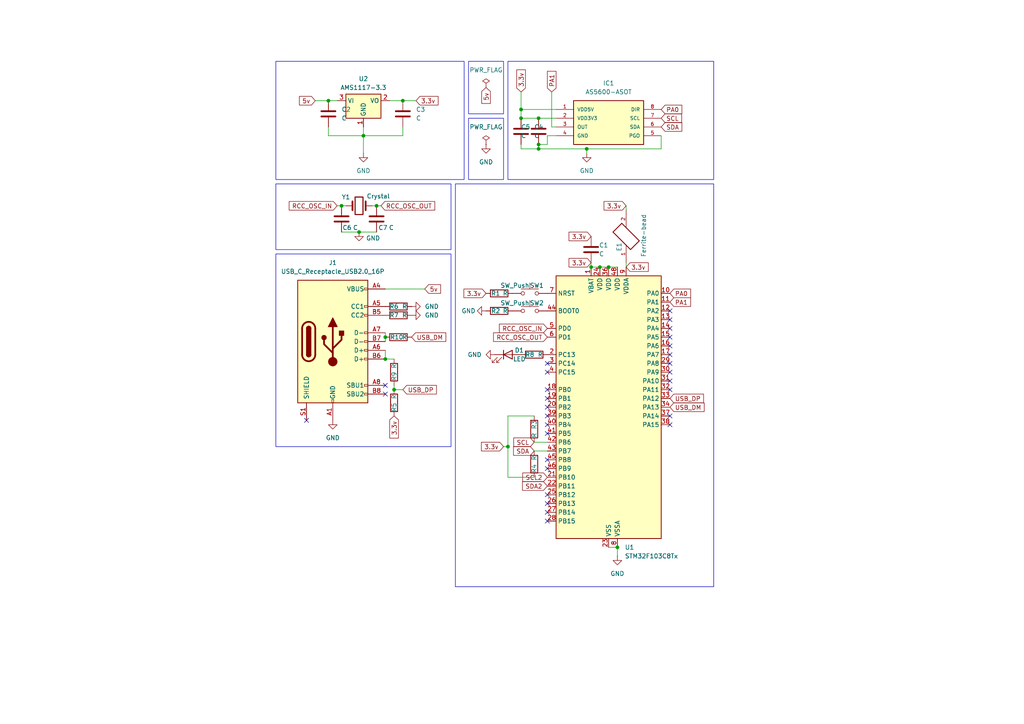
<source format=kicad_sch>
(kicad_sch
	(version 20250114)
	(generator "eeschema")
	(generator_version "9.0")
	(uuid "6b170705-2343-4ec0-9717-a22448740207")
	(paper "A4")
	(lib_symbols
		(symbol "0603_ferrite_chip:LI0603G121R-10"
			(pin_names
				(offset 1.016)
			)
			(exclude_from_sim no)
			(in_bom yes)
			(on_board yes)
			(property "Reference" "E"
				(at -7.6244 5.0815 0)
				(effects
					(font
						(size 1.27 1.27)
					)
					(justify left bottom)
				)
			)
			(property "Value" "LI0603G121R-10"
				(at -7.63 -7.6266 0)
				(effects
					(font
						(size 1.27 1.27)
					)
					(justify left bottom)
				)
			)
			(property "Footprint" "LI0603G121R-10:FB_LI0603G121R-10"
				(at 0 0 0)
				(effects
					(font
						(size 1.27 1.27)
					)
					(justify bottom)
					(hide yes)
				)
			)
			(property "Datasheet" ""
				(at 0 0 0)
				(effects
					(font
						(size 1.27 1.27)
					)
					(hide yes)
				)
			)
			(property "Description" ""
				(at 0 0 0)
				(effects
					(font
						(size 1.27 1.27)
					)
					(hide yes)
				)
			)
			(property "MF" "Laird"
				(at 0 0 0)
				(effects
					(font
						(size 1.27 1.27)
					)
					(justify bottom)
					(hide yes)
				)
			)
			(property "MAXIMUM_PACKAGE_HEIGHT" "0.95 mm"
				(at 0 0 0)
				(effects
					(font
						(size 1.27 1.27)
					)
					(justify bottom)
					(hide yes)
				)
			)
			(property "Package" "0603 Laird"
				(at 0 0 0)
				(effects
					(font
						(size 1.27 1.27)
					)
					(justify bottom)
					(hide yes)
				)
			)
			(property "Price" "None"
				(at 0 0 0)
				(effects
					(font
						(size 1.27 1.27)
					)
					(justify bottom)
					(hide yes)
				)
			)
			(property "Check_prices" "https://www.snapeda.com/parts/LI0603G121R-10/Laird/view-part/?ref=eda"
				(at 0 0 0)
				(effects
					(font
						(size 1.27 1.27)
					)
					(justify bottom)
					(hide yes)
				)
			)
			(property "STANDARD" "Manufacturer Recommendations"
				(at 0 0 0)
				(effects
					(font
						(size 1.27 1.27)
					)
					(justify bottom)
					(hide yes)
				)
			)
			(property "PARTREV" "C"
				(at 0 0 0)
				(effects
					(font
						(size 1.27 1.27)
					)
					(justify bottom)
					(hide yes)
				)
			)
			(property "SnapEDA_Link" "https://www.snapeda.com/parts/LI0603G121R-10/Laird/view-part/?ref=snap"
				(at 0 0 0)
				(effects
					(font
						(size 1.27 1.27)
					)
					(justify bottom)
					(hide yes)
				)
			)
			(property "MP" "LI0603G121R-10"
				(at 0 0 0)
				(effects
					(font
						(size 1.27 1.27)
					)
					(justify bottom)
					(hide yes)
				)
			)
			(property "Description_1" "EMI Ferrite Chip Bead, 0603, 700MA, 120 Ohms @100MHz, DCR Max 0.20Ohm | Laird Performance Materials LI0603G121R-10"
				(at 0 0 0)
				(effects
					(font
						(size 1.27 1.27)
					)
					(justify bottom)
					(hide yes)
				)
			)
			(property "Availability" "In Stock"
				(at 0 0 0)
				(effects
					(font
						(size 1.27 1.27)
					)
					(justify bottom)
					(hide yes)
				)
			)
			(property "MANUFACTURER" "Laird"
				(at 0 0 0)
				(effects
					(font
						(size 1.27 1.27)
					)
					(justify bottom)
					(hide yes)
				)
			)
			(symbol "LI0603G121R-10_0_0"
				(polyline
					(pts
						(xy -3.81 -1.27) (xy -1.27 -3.81)
					)
					(stroke
						(width 0.254)
						(type default)
					)
					(fill
						(type none)
					)
				)
				(polyline
					(pts
						(xy -1.27 -3.81) (xy 3.81 1.27)
					)
					(stroke
						(width 0.254)
						(type default)
					)
					(fill
						(type none)
					)
				)
				(polyline
					(pts
						(xy 1.27 3.81) (xy -3.81 -1.27)
					)
					(stroke
						(width 0.254)
						(type default)
					)
					(fill
						(type none)
					)
				)
				(polyline
					(pts
						(xy 3.81 1.27) (xy 1.27 3.81)
					)
					(stroke
						(width 0.254)
						(type default)
					)
					(fill
						(type none)
					)
				)
				(pin passive line
					(at -7.62 0 0)
					(length 5.08)
					(name "~"
						(effects
							(font
								(size 1.016 1.016)
							)
						)
					)
					(number "1"
						(effects
							(font
								(size 1.016 1.016)
							)
						)
					)
				)
				(pin passive line
					(at 7.62 0 180)
					(length 5.08)
					(name "~"
						(effects
							(font
								(size 1.016 1.016)
							)
						)
					)
					(number "2"
						(effects
							(font
								(size 1.016 1.016)
							)
						)
					)
				)
			)
			(embedded_fonts no)
		)
		(symbol "AS5600-ASOT:AS5600-ASOT"
			(pin_names
				(offset 1.016)
			)
			(exclude_from_sim no)
			(in_bom yes)
			(on_board yes)
			(property "Reference" "IC"
				(at 6.35 5.08 0)
				(effects
					(font
						(size 1.27 1.27)
					)
					(justify left)
				)
			)
			(property "Value" "AS5600-ASOT"
				(at 6.35 -12.7 0)
				(effects
					(font
						(size 1.27 1.27)
					)
					(justify left)
				)
			)
			(property "Footprint" "AS5600-ASOT:SOIC127P600X175-8N"
				(at 0 0 0)
				(effects
					(font
						(size 1.27 1.27)
					)
					(justify bottom)
					(hide yes)
				)
			)
			(property "Datasheet" ""
				(at 0 0 0)
				(effects
					(font
						(size 1.27 1.27)
					)
					(hide yes)
				)
			)
			(property "Description" "Board Mount Hall Effect / Magnetic Sensors AS5600 Magnetic Sensor 12-Bit"
				(at 0 0 0)
				(effects
					(font
						(size 1.27 1.27)
					)
					(justify bottom)
					(hide yes)
				)
			)
			(property "MANUFACTURER_NAME" "ams"
				(at 0 0 0)
				(effects
					(font
						(size 1.27 1.27)
					)
					(justify bottom)
					(hide yes)
				)
			)
			(property "MF" "ams"
				(at 0 0 0)
				(effects
					(font
						(size 1.27 1.27)
					)
					(justify bottom)
					(hide yes)
				)
			)
			(property "MOUSER_PRICE-STOCK" "https://www.mouser.co.uk/ProductDetail/ams/AS5600-ASOT?qs=KTMMzrZdriGJpjhsnAEYBA%3D%3D"
				(at 0 0 0)
				(effects
					(font
						(size 1.27 1.27)
					)
					(justify bottom)
					(hide yes)
				)
			)
			(property "MOUSER_PART_NUMBER" "985-AS5600-ASOT"
				(at 0 0 0)
				(effects
					(font
						(size 1.27 1.27)
					)
					(justify bottom)
					(hide yes)
				)
			)
			(property "Price" "None"
				(at 0 0 0)
				(effects
					(font
						(size 1.27 1.27)
					)
					(justify bottom)
					(hide yes)
				)
			)
			(property "Package" "SOIC-8 ams"
				(at 0 0 0)
				(effects
					(font
						(size 1.27 1.27)
					)
					(justify bottom)
					(hide yes)
				)
			)
			(property "Check_prices" "https://www.snapeda.com/parts/AS5600-ASOT/ams/view-part/?ref=eda"
				(at 0 0 0)
				(effects
					(font
						(size 1.27 1.27)
					)
					(justify bottom)
					(hide yes)
				)
			)
			(property "HEIGHT" "1.75mm"
				(at 0 0 0)
				(effects
					(font
						(size 1.27 1.27)
					)
					(justify bottom)
					(hide yes)
				)
			)
			(property "MP" "AS5600-ASOT"
				(at 0 0 0)
				(effects
					(font
						(size 1.27 1.27)
					)
					(justify bottom)
					(hide yes)
				)
			)
			(property "SnapEDA_Link" "https://www.snapeda.com/parts/AS5600-ASOT/ams/view-part/?ref=snap"
				(at 0 0 0)
				(effects
					(font
						(size 1.27 1.27)
					)
					(justify bottom)
					(hide yes)
				)
			)
			(property "ARROW_PRICE-STOCK" "https://www.arrow.com/en/products/as5600-asot/ams-ag?region=nac"
				(at 0 0 0)
				(effects
					(font
						(size 1.27 1.27)
					)
					(justify bottom)
					(hide yes)
				)
			)
			(property "ARROW_PART_NUMBER" "AS5600-ASOT"
				(at 0 0 0)
				(effects
					(font
						(size 1.27 1.27)
					)
					(justify bottom)
					(hide yes)
				)
			)
			(property "Description_1" "Hall Effect Sensor Angle External Magnet, Not Included Gull Wing"
				(at 0 0 0)
				(effects
					(font
						(size 1.27 1.27)
					)
					(justify bottom)
					(hide yes)
				)
			)
			(property "Availability" "In Stock"
				(at 0 0 0)
				(effects
					(font
						(size 1.27 1.27)
					)
					(justify bottom)
					(hide yes)
				)
			)
			(property "MANUFACTURER_PART_NUMBER" "AS5600-ASOT"
				(at 0 0 0)
				(effects
					(font
						(size 1.27 1.27)
					)
					(justify bottom)
					(hide yes)
				)
			)
			(symbol "AS5600-ASOT_0_0"
				(rectangle
					(start 5.08 -10.16)
					(end 25.4 2.54)
					(stroke
						(width 0.254)
						(type default)
					)
					(fill
						(type background)
					)
				)
				(pin bidirectional line
					(at 0 0 0)
					(length 5.08)
					(name "VDD5V"
						(effects
							(font
								(size 1.016 1.016)
							)
						)
					)
					(number "1"
						(effects
							(font
								(size 1.016 1.016)
							)
						)
					)
				)
				(pin bidirectional line
					(at 0 -2.54 0)
					(length 5.08)
					(name "VDD3V3"
						(effects
							(font
								(size 1.016 1.016)
							)
						)
					)
					(number "2"
						(effects
							(font
								(size 1.016 1.016)
							)
						)
					)
				)
				(pin bidirectional line
					(at 0 -5.08 0)
					(length 5.08)
					(name "OUT"
						(effects
							(font
								(size 1.016 1.016)
							)
						)
					)
					(number "3"
						(effects
							(font
								(size 1.016 1.016)
							)
						)
					)
				)
				(pin bidirectional line
					(at 0 -7.62 0)
					(length 5.08)
					(name "GND"
						(effects
							(font
								(size 1.016 1.016)
							)
						)
					)
					(number "4"
						(effects
							(font
								(size 1.016 1.016)
							)
						)
					)
				)
				(pin bidirectional line
					(at 30.48 0 180)
					(length 5.08)
					(name "DIR"
						(effects
							(font
								(size 1.016 1.016)
							)
						)
					)
					(number "8"
						(effects
							(font
								(size 1.016 1.016)
							)
						)
					)
				)
				(pin bidirectional line
					(at 30.48 -2.54 180)
					(length 5.08)
					(name "SCL"
						(effects
							(font
								(size 1.016 1.016)
							)
						)
					)
					(number "7"
						(effects
							(font
								(size 1.016 1.016)
							)
						)
					)
				)
				(pin bidirectional line
					(at 30.48 -5.08 180)
					(length 5.08)
					(name "SDA"
						(effects
							(font
								(size 1.016 1.016)
							)
						)
					)
					(number "6"
						(effects
							(font
								(size 1.016 1.016)
							)
						)
					)
				)
				(pin bidirectional line
					(at 30.48 -7.62 180)
					(length 5.08)
					(name "PGO"
						(effects
							(font
								(size 1.016 1.016)
							)
						)
					)
					(number "5"
						(effects
							(font
								(size 1.016 1.016)
							)
						)
					)
				)
			)
			(embedded_fonts no)
		)
		(symbol "Connector:USB_C_Receptacle_USB2.0_16P"
			(pin_names
				(offset 1.016)
			)
			(exclude_from_sim no)
			(in_bom yes)
			(on_board yes)
			(property "Reference" "J"
				(at 0 22.225 0)
				(effects
					(font
						(size 1.27 1.27)
					)
				)
			)
			(property "Value" "USB_C_Receptacle_USB2.0_16P"
				(at 0 19.685 0)
				(effects
					(font
						(size 1.27 1.27)
					)
				)
			)
			(property "Footprint" ""
				(at 3.81 0 0)
				(effects
					(font
						(size 1.27 1.27)
					)
					(hide yes)
				)
			)
			(property "Datasheet" "https://www.usb.org/sites/default/files/documents/usb_type-c.zip"
				(at 3.81 0 0)
				(effects
					(font
						(size 1.27 1.27)
					)
					(hide yes)
				)
			)
			(property "Description" "USB 2.0-only 16P Type-C Receptacle connector"
				(at 0 0 0)
				(effects
					(font
						(size 1.27 1.27)
					)
					(hide yes)
				)
			)
			(property "ki_keywords" "usb universal serial bus type-C USB2.0"
				(at 0 0 0)
				(effects
					(font
						(size 1.27 1.27)
					)
					(hide yes)
				)
			)
			(property "ki_fp_filters" "USB*C*Receptacle*"
				(at 0 0 0)
				(effects
					(font
						(size 1.27 1.27)
					)
					(hide yes)
				)
			)
			(symbol "USB_C_Receptacle_USB2.0_16P_0_0"
				(rectangle
					(start -0.254 -17.78)
					(end 0.254 -16.764)
					(stroke
						(width 0)
						(type default)
					)
					(fill
						(type none)
					)
				)
				(rectangle
					(start 10.16 15.494)
					(end 9.144 14.986)
					(stroke
						(width 0)
						(type default)
					)
					(fill
						(type none)
					)
				)
				(rectangle
					(start 10.16 10.414)
					(end 9.144 9.906)
					(stroke
						(width 0)
						(type default)
					)
					(fill
						(type none)
					)
				)
				(rectangle
					(start 10.16 7.874)
					(end 9.144 7.366)
					(stroke
						(width 0)
						(type default)
					)
					(fill
						(type none)
					)
				)
				(rectangle
					(start 10.16 2.794)
					(end 9.144 2.286)
					(stroke
						(width 0)
						(type default)
					)
					(fill
						(type none)
					)
				)
				(rectangle
					(start 10.16 0.254)
					(end 9.144 -0.254)
					(stroke
						(width 0)
						(type default)
					)
					(fill
						(type none)
					)
				)
				(rectangle
					(start 10.16 -2.286)
					(end 9.144 -2.794)
					(stroke
						(width 0)
						(type default)
					)
					(fill
						(type none)
					)
				)
				(rectangle
					(start 10.16 -4.826)
					(end 9.144 -5.334)
					(stroke
						(width 0)
						(type default)
					)
					(fill
						(type none)
					)
				)
				(rectangle
					(start 10.16 -12.446)
					(end 9.144 -12.954)
					(stroke
						(width 0)
						(type default)
					)
					(fill
						(type none)
					)
				)
				(rectangle
					(start 10.16 -14.986)
					(end 9.144 -15.494)
					(stroke
						(width 0)
						(type default)
					)
					(fill
						(type none)
					)
				)
			)
			(symbol "USB_C_Receptacle_USB2.0_16P_0_1"
				(rectangle
					(start -10.16 17.78)
					(end 10.16 -17.78)
					(stroke
						(width 0.254)
						(type default)
					)
					(fill
						(type background)
					)
				)
				(polyline
					(pts
						(xy -8.89 -3.81) (xy -8.89 3.81)
					)
					(stroke
						(width 0.508)
						(type default)
					)
					(fill
						(type none)
					)
				)
				(rectangle
					(start -7.62 -3.81)
					(end -6.35 3.81)
					(stroke
						(width 0.254)
						(type default)
					)
					(fill
						(type outline)
					)
				)
				(arc
					(start -7.62 3.81)
					(mid -6.985 4.4423)
					(end -6.35 3.81)
					(stroke
						(width 0.254)
						(type default)
					)
					(fill
						(type none)
					)
				)
				(arc
					(start -7.62 3.81)
					(mid -6.985 4.4423)
					(end -6.35 3.81)
					(stroke
						(width 0.254)
						(type default)
					)
					(fill
						(type outline)
					)
				)
				(arc
					(start -8.89 3.81)
					(mid -6.985 5.7067)
					(end -5.08 3.81)
					(stroke
						(width 0.508)
						(type default)
					)
					(fill
						(type none)
					)
				)
				(arc
					(start -5.08 -3.81)
					(mid -6.985 -5.7067)
					(end -8.89 -3.81)
					(stroke
						(width 0.508)
						(type default)
					)
					(fill
						(type none)
					)
				)
				(arc
					(start -6.35 -3.81)
					(mid -6.985 -4.4423)
					(end -7.62 -3.81)
					(stroke
						(width 0.254)
						(type default)
					)
					(fill
						(type none)
					)
				)
				(arc
					(start -6.35 -3.81)
					(mid -6.985 -4.4423)
					(end -7.62 -3.81)
					(stroke
						(width 0.254)
						(type default)
					)
					(fill
						(type outline)
					)
				)
				(polyline
					(pts
						(xy -5.08 3.81) (xy -5.08 -3.81)
					)
					(stroke
						(width 0.508)
						(type default)
					)
					(fill
						(type none)
					)
				)
				(circle
					(center -2.54 1.143)
					(radius 0.635)
					(stroke
						(width 0.254)
						(type default)
					)
					(fill
						(type outline)
					)
				)
				(polyline
					(pts
						(xy -1.27 4.318) (xy 0 6.858) (xy 1.27 4.318) (xy -1.27 4.318)
					)
					(stroke
						(width 0.254)
						(type default)
					)
					(fill
						(type outline)
					)
				)
				(polyline
					(pts
						(xy 0 -2.032) (xy 2.54 0.508) (xy 2.54 1.778)
					)
					(stroke
						(width 0.508)
						(type default)
					)
					(fill
						(type none)
					)
				)
				(polyline
					(pts
						(xy 0 -3.302) (xy -2.54 -0.762) (xy -2.54 0.508)
					)
					(stroke
						(width 0.508)
						(type default)
					)
					(fill
						(type none)
					)
				)
				(polyline
					(pts
						(xy 0 -5.842) (xy 0 4.318)
					)
					(stroke
						(width 0.508)
						(type default)
					)
					(fill
						(type none)
					)
				)
				(circle
					(center 0 -5.842)
					(radius 1.27)
					(stroke
						(width 0)
						(type default)
					)
					(fill
						(type outline)
					)
				)
				(rectangle
					(start 1.905 1.778)
					(end 3.175 3.048)
					(stroke
						(width 0.254)
						(type default)
					)
					(fill
						(type outline)
					)
				)
			)
			(symbol "USB_C_Receptacle_USB2.0_16P_1_1"
				(pin passive line
					(at -7.62 -22.86 90)
					(length 5.08)
					(name "SHIELD"
						(effects
							(font
								(size 1.27 1.27)
							)
						)
					)
					(number "S1"
						(effects
							(font
								(size 1.27 1.27)
							)
						)
					)
				)
				(pin passive line
					(at 0 -22.86 90)
					(length 5.08)
					(name "GND"
						(effects
							(font
								(size 1.27 1.27)
							)
						)
					)
					(number "A1"
						(effects
							(font
								(size 1.27 1.27)
							)
						)
					)
				)
				(pin passive line
					(at 0 -22.86 90)
					(length 5.08)
					(hide yes)
					(name "GND"
						(effects
							(font
								(size 1.27 1.27)
							)
						)
					)
					(number "A12"
						(effects
							(font
								(size 1.27 1.27)
							)
						)
					)
				)
				(pin passive line
					(at 0 -22.86 90)
					(length 5.08)
					(hide yes)
					(name "GND"
						(effects
							(font
								(size 1.27 1.27)
							)
						)
					)
					(number "B1"
						(effects
							(font
								(size 1.27 1.27)
							)
						)
					)
				)
				(pin passive line
					(at 0 -22.86 90)
					(length 5.08)
					(hide yes)
					(name "GND"
						(effects
							(font
								(size 1.27 1.27)
							)
						)
					)
					(number "B12"
						(effects
							(font
								(size 1.27 1.27)
							)
						)
					)
				)
				(pin passive line
					(at 15.24 15.24 180)
					(length 5.08)
					(name "VBUS"
						(effects
							(font
								(size 1.27 1.27)
							)
						)
					)
					(number "A4"
						(effects
							(font
								(size 1.27 1.27)
							)
						)
					)
				)
				(pin passive line
					(at 15.24 15.24 180)
					(length 5.08)
					(hide yes)
					(name "VBUS"
						(effects
							(font
								(size 1.27 1.27)
							)
						)
					)
					(number "A9"
						(effects
							(font
								(size 1.27 1.27)
							)
						)
					)
				)
				(pin passive line
					(at 15.24 15.24 180)
					(length 5.08)
					(hide yes)
					(name "VBUS"
						(effects
							(font
								(size 1.27 1.27)
							)
						)
					)
					(number "B4"
						(effects
							(font
								(size 1.27 1.27)
							)
						)
					)
				)
				(pin passive line
					(at 15.24 15.24 180)
					(length 5.08)
					(hide yes)
					(name "VBUS"
						(effects
							(font
								(size 1.27 1.27)
							)
						)
					)
					(number "B9"
						(effects
							(font
								(size 1.27 1.27)
							)
						)
					)
				)
				(pin bidirectional line
					(at 15.24 10.16 180)
					(length 5.08)
					(name "CC1"
						(effects
							(font
								(size 1.27 1.27)
							)
						)
					)
					(number "A5"
						(effects
							(font
								(size 1.27 1.27)
							)
						)
					)
				)
				(pin bidirectional line
					(at 15.24 7.62 180)
					(length 5.08)
					(name "CC2"
						(effects
							(font
								(size 1.27 1.27)
							)
						)
					)
					(number "B5"
						(effects
							(font
								(size 1.27 1.27)
							)
						)
					)
				)
				(pin bidirectional line
					(at 15.24 2.54 180)
					(length 5.08)
					(name "D-"
						(effects
							(font
								(size 1.27 1.27)
							)
						)
					)
					(number "A7"
						(effects
							(font
								(size 1.27 1.27)
							)
						)
					)
				)
				(pin bidirectional line
					(at 15.24 0 180)
					(length 5.08)
					(name "D-"
						(effects
							(font
								(size 1.27 1.27)
							)
						)
					)
					(number "B7"
						(effects
							(font
								(size 1.27 1.27)
							)
						)
					)
				)
				(pin bidirectional line
					(at 15.24 -2.54 180)
					(length 5.08)
					(name "D+"
						(effects
							(font
								(size 1.27 1.27)
							)
						)
					)
					(number "A6"
						(effects
							(font
								(size 1.27 1.27)
							)
						)
					)
				)
				(pin bidirectional line
					(at 15.24 -5.08 180)
					(length 5.08)
					(name "D+"
						(effects
							(font
								(size 1.27 1.27)
							)
						)
					)
					(number "B6"
						(effects
							(font
								(size 1.27 1.27)
							)
						)
					)
				)
				(pin bidirectional line
					(at 15.24 -12.7 180)
					(length 5.08)
					(name "SBU1"
						(effects
							(font
								(size 1.27 1.27)
							)
						)
					)
					(number "A8"
						(effects
							(font
								(size 1.27 1.27)
							)
						)
					)
				)
				(pin bidirectional line
					(at 15.24 -15.24 180)
					(length 5.08)
					(name "SBU2"
						(effects
							(font
								(size 1.27 1.27)
							)
						)
					)
					(number "B8"
						(effects
							(font
								(size 1.27 1.27)
							)
						)
					)
				)
			)
			(embedded_fonts no)
		)
		(symbol "Device:C"
			(pin_numbers
				(hide yes)
			)
			(pin_names
				(offset 0.254)
			)
			(exclude_from_sim no)
			(in_bom yes)
			(on_board yes)
			(property "Reference" "C"
				(at 0.635 2.54 0)
				(effects
					(font
						(size 1.27 1.27)
					)
					(justify left)
				)
			)
			(property "Value" "C"
				(at 0.635 -2.54 0)
				(effects
					(font
						(size 1.27 1.27)
					)
					(justify left)
				)
			)
			(property "Footprint" ""
				(at 0.9652 -3.81 0)
				(effects
					(font
						(size 1.27 1.27)
					)
					(hide yes)
				)
			)
			(property "Datasheet" "~"
				(at 0 0 0)
				(effects
					(font
						(size 1.27 1.27)
					)
					(hide yes)
				)
			)
			(property "Description" "Unpolarized capacitor"
				(at 0 0 0)
				(effects
					(font
						(size 1.27 1.27)
					)
					(hide yes)
				)
			)
			(property "ki_keywords" "cap capacitor"
				(at 0 0 0)
				(effects
					(font
						(size 1.27 1.27)
					)
					(hide yes)
				)
			)
			(property "ki_fp_filters" "C_*"
				(at 0 0 0)
				(effects
					(font
						(size 1.27 1.27)
					)
					(hide yes)
				)
			)
			(symbol "C_0_1"
				(polyline
					(pts
						(xy -2.032 0.762) (xy 2.032 0.762)
					)
					(stroke
						(width 0.508)
						(type default)
					)
					(fill
						(type none)
					)
				)
				(polyline
					(pts
						(xy -2.032 -0.762) (xy 2.032 -0.762)
					)
					(stroke
						(width 0.508)
						(type default)
					)
					(fill
						(type none)
					)
				)
			)
			(symbol "C_1_1"
				(pin passive line
					(at 0 3.81 270)
					(length 2.794)
					(name "~"
						(effects
							(font
								(size 1.27 1.27)
							)
						)
					)
					(number "1"
						(effects
							(font
								(size 1.27 1.27)
							)
						)
					)
				)
				(pin passive line
					(at 0 -3.81 90)
					(length 2.794)
					(name "~"
						(effects
							(font
								(size 1.27 1.27)
							)
						)
					)
					(number "2"
						(effects
							(font
								(size 1.27 1.27)
							)
						)
					)
				)
			)
			(embedded_fonts no)
		)
		(symbol "Device:Crystal"
			(pin_numbers
				(hide yes)
			)
			(pin_names
				(offset 1.016)
				(hide yes)
			)
			(exclude_from_sim no)
			(in_bom yes)
			(on_board yes)
			(property "Reference" "Y"
				(at 0 3.81 0)
				(effects
					(font
						(size 1.27 1.27)
					)
				)
			)
			(property "Value" "Crystal"
				(at 0 -3.81 0)
				(effects
					(font
						(size 1.27 1.27)
					)
				)
			)
			(property "Footprint" ""
				(at 0 0 0)
				(effects
					(font
						(size 1.27 1.27)
					)
					(hide yes)
				)
			)
			(property "Datasheet" "~"
				(at 0 0 0)
				(effects
					(font
						(size 1.27 1.27)
					)
					(hide yes)
				)
			)
			(property "Description" "Two pin crystal"
				(at 0 0 0)
				(effects
					(font
						(size 1.27 1.27)
					)
					(hide yes)
				)
			)
			(property "ki_keywords" "quartz ceramic resonator oscillator"
				(at 0 0 0)
				(effects
					(font
						(size 1.27 1.27)
					)
					(hide yes)
				)
			)
			(property "ki_fp_filters" "Crystal*"
				(at 0 0 0)
				(effects
					(font
						(size 1.27 1.27)
					)
					(hide yes)
				)
			)
			(symbol "Crystal_0_1"
				(polyline
					(pts
						(xy -2.54 0) (xy -1.905 0)
					)
					(stroke
						(width 0)
						(type default)
					)
					(fill
						(type none)
					)
				)
				(polyline
					(pts
						(xy -1.905 -1.27) (xy -1.905 1.27)
					)
					(stroke
						(width 0.508)
						(type default)
					)
					(fill
						(type none)
					)
				)
				(rectangle
					(start -1.143 2.54)
					(end 1.143 -2.54)
					(stroke
						(width 0.3048)
						(type default)
					)
					(fill
						(type none)
					)
				)
				(polyline
					(pts
						(xy 1.905 -1.27) (xy 1.905 1.27)
					)
					(stroke
						(width 0.508)
						(type default)
					)
					(fill
						(type none)
					)
				)
				(polyline
					(pts
						(xy 2.54 0) (xy 1.905 0)
					)
					(stroke
						(width 0)
						(type default)
					)
					(fill
						(type none)
					)
				)
			)
			(symbol "Crystal_1_1"
				(pin passive line
					(at -3.81 0 0)
					(length 1.27)
					(name "1"
						(effects
							(font
								(size 1.27 1.27)
							)
						)
					)
					(number "1"
						(effects
							(font
								(size 1.27 1.27)
							)
						)
					)
				)
				(pin passive line
					(at 3.81 0 180)
					(length 1.27)
					(name "2"
						(effects
							(font
								(size 1.27 1.27)
							)
						)
					)
					(number "2"
						(effects
							(font
								(size 1.27 1.27)
							)
						)
					)
				)
			)
			(embedded_fonts no)
		)
		(symbol "Device:LED"
			(pin_numbers
				(hide yes)
			)
			(pin_names
				(offset 1.016)
				(hide yes)
			)
			(exclude_from_sim no)
			(in_bom yes)
			(on_board yes)
			(property "Reference" "D"
				(at 0 2.54 0)
				(effects
					(font
						(size 1.27 1.27)
					)
				)
			)
			(property "Value" "LED"
				(at 0 -2.54 0)
				(effects
					(font
						(size 1.27 1.27)
					)
				)
			)
			(property "Footprint" ""
				(at 0 0 0)
				(effects
					(font
						(size 1.27 1.27)
					)
					(hide yes)
				)
			)
			(property "Datasheet" "~"
				(at 0 0 0)
				(effects
					(font
						(size 1.27 1.27)
					)
					(hide yes)
				)
			)
			(property "Description" "Light emitting diode"
				(at 0 0 0)
				(effects
					(font
						(size 1.27 1.27)
					)
					(hide yes)
				)
			)
			(property "Sim.Pins" "1=K 2=A"
				(at 0 0 0)
				(effects
					(font
						(size 1.27 1.27)
					)
					(hide yes)
				)
			)
			(property "ki_keywords" "LED diode"
				(at 0 0 0)
				(effects
					(font
						(size 1.27 1.27)
					)
					(hide yes)
				)
			)
			(property "ki_fp_filters" "LED* LED_SMD:* LED_THT:*"
				(at 0 0 0)
				(effects
					(font
						(size 1.27 1.27)
					)
					(hide yes)
				)
			)
			(symbol "LED_0_1"
				(polyline
					(pts
						(xy -3.048 -0.762) (xy -4.572 -2.286) (xy -3.81 -2.286) (xy -4.572 -2.286) (xy -4.572 -1.524)
					)
					(stroke
						(width 0)
						(type default)
					)
					(fill
						(type none)
					)
				)
				(polyline
					(pts
						(xy -1.778 -0.762) (xy -3.302 -2.286) (xy -2.54 -2.286) (xy -3.302 -2.286) (xy -3.302 -1.524)
					)
					(stroke
						(width 0)
						(type default)
					)
					(fill
						(type none)
					)
				)
				(polyline
					(pts
						(xy -1.27 0) (xy 1.27 0)
					)
					(stroke
						(width 0)
						(type default)
					)
					(fill
						(type none)
					)
				)
				(polyline
					(pts
						(xy -1.27 -1.27) (xy -1.27 1.27)
					)
					(stroke
						(width 0.254)
						(type default)
					)
					(fill
						(type none)
					)
				)
				(polyline
					(pts
						(xy 1.27 -1.27) (xy 1.27 1.27) (xy -1.27 0) (xy 1.27 -1.27)
					)
					(stroke
						(width 0.254)
						(type default)
					)
					(fill
						(type none)
					)
				)
			)
			(symbol "LED_1_1"
				(pin passive line
					(at -3.81 0 0)
					(length 2.54)
					(name "K"
						(effects
							(font
								(size 1.27 1.27)
							)
						)
					)
					(number "1"
						(effects
							(font
								(size 1.27 1.27)
							)
						)
					)
				)
				(pin passive line
					(at 3.81 0 180)
					(length 2.54)
					(name "A"
						(effects
							(font
								(size 1.27 1.27)
							)
						)
					)
					(number "2"
						(effects
							(font
								(size 1.27 1.27)
							)
						)
					)
				)
			)
			(embedded_fonts no)
		)
		(symbol "Device:R"
			(pin_numbers
				(hide yes)
			)
			(pin_names
				(offset 0)
			)
			(exclude_from_sim no)
			(in_bom yes)
			(on_board yes)
			(property "Reference" "R"
				(at 2.032 0 90)
				(effects
					(font
						(size 1.27 1.27)
					)
				)
			)
			(property "Value" "R"
				(at 0 0 90)
				(effects
					(font
						(size 1.27 1.27)
					)
				)
			)
			(property "Footprint" ""
				(at -1.778 0 90)
				(effects
					(font
						(size 1.27 1.27)
					)
					(hide yes)
				)
			)
			(property "Datasheet" "~"
				(at 0 0 0)
				(effects
					(font
						(size 1.27 1.27)
					)
					(hide yes)
				)
			)
			(property "Description" "Resistor"
				(at 0 0 0)
				(effects
					(font
						(size 1.27 1.27)
					)
					(hide yes)
				)
			)
			(property "ki_keywords" "R res resistor"
				(at 0 0 0)
				(effects
					(font
						(size 1.27 1.27)
					)
					(hide yes)
				)
			)
			(property "ki_fp_filters" "R_*"
				(at 0 0 0)
				(effects
					(font
						(size 1.27 1.27)
					)
					(hide yes)
				)
			)
			(symbol "R_0_1"
				(rectangle
					(start -1.016 -2.54)
					(end 1.016 2.54)
					(stroke
						(width 0.254)
						(type default)
					)
					(fill
						(type none)
					)
				)
			)
			(symbol "R_1_1"
				(pin passive line
					(at 0 3.81 270)
					(length 1.27)
					(name "~"
						(effects
							(font
								(size 1.27 1.27)
							)
						)
					)
					(number "1"
						(effects
							(font
								(size 1.27 1.27)
							)
						)
					)
				)
				(pin passive line
					(at 0 -3.81 90)
					(length 1.27)
					(name "~"
						(effects
							(font
								(size 1.27 1.27)
							)
						)
					)
					(number "2"
						(effects
							(font
								(size 1.27 1.27)
							)
						)
					)
				)
			)
			(embedded_fonts no)
		)
		(symbol "MCU_ST_STM32F1:STM32F103C8Tx"
			(exclude_from_sim no)
			(in_bom yes)
			(on_board yes)
			(property "Reference" "U"
				(at -15.24 39.37 0)
				(effects
					(font
						(size 1.27 1.27)
					)
					(justify left)
				)
			)
			(property "Value" "STM32F103C8Tx"
				(at 7.62 39.37 0)
				(effects
					(font
						(size 1.27 1.27)
					)
					(justify left)
				)
			)
			(property "Footprint" "Package_QFP:LQFP-48_7x7mm_P0.5mm"
				(at -15.24 -38.1 0)
				(effects
					(font
						(size 1.27 1.27)
					)
					(justify right)
					(hide yes)
				)
			)
			(property "Datasheet" "https://www.st.com/resource/en/datasheet/stm32f103c8.pdf"
				(at 0 0 0)
				(effects
					(font
						(size 1.27 1.27)
					)
					(hide yes)
				)
			)
			(property "Description" "STMicroelectronics Arm Cortex-M3 MCU, 64KB flash, 20KB RAM, 72 MHz, 2.0-3.6V, 37 GPIO, LQFP48"
				(at 0 0 0)
				(effects
					(font
						(size 1.27 1.27)
					)
					(hide yes)
				)
			)
			(property "ki_keywords" "Arm Cortex-M3 STM32F1 STM32F103"
				(at 0 0 0)
				(effects
					(font
						(size 1.27 1.27)
					)
					(hide yes)
				)
			)
			(property "ki_fp_filters" "LQFP*7x7mm*P0.5mm*"
				(at 0 0 0)
				(effects
					(font
						(size 1.27 1.27)
					)
					(hide yes)
				)
			)
			(symbol "STM32F103C8Tx_0_1"
				(rectangle
					(start -15.24 -38.1)
					(end 15.24 38.1)
					(stroke
						(width 0.254)
						(type default)
					)
					(fill
						(type background)
					)
				)
			)
			(symbol "STM32F103C8Tx_1_1"
				(pin input line
					(at -17.78 33.02 0)
					(length 2.54)
					(name "NRST"
						(effects
							(font
								(size 1.27 1.27)
							)
						)
					)
					(number "7"
						(effects
							(font
								(size 1.27 1.27)
							)
						)
					)
				)
				(pin input line
					(at -17.78 27.94 0)
					(length 2.54)
					(name "BOOT0"
						(effects
							(font
								(size 1.27 1.27)
							)
						)
					)
					(number "44"
						(effects
							(font
								(size 1.27 1.27)
							)
						)
					)
				)
				(pin bidirectional line
					(at -17.78 22.86 0)
					(length 2.54)
					(name "PD0"
						(effects
							(font
								(size 1.27 1.27)
							)
						)
					)
					(number "5"
						(effects
							(font
								(size 1.27 1.27)
							)
						)
					)
					(alternate "RCC_OSC_IN" bidirectional line)
				)
				(pin bidirectional line
					(at -17.78 20.32 0)
					(length 2.54)
					(name "PD1"
						(effects
							(font
								(size 1.27 1.27)
							)
						)
					)
					(number "6"
						(effects
							(font
								(size 1.27 1.27)
							)
						)
					)
					(alternate "RCC_OSC_OUT" bidirectional line)
				)
				(pin bidirectional line
					(at -17.78 15.24 0)
					(length 2.54)
					(name "PC13"
						(effects
							(font
								(size 1.27 1.27)
							)
						)
					)
					(number "2"
						(effects
							(font
								(size 1.27 1.27)
							)
						)
					)
					(alternate "RTC_OUT" bidirectional line)
					(alternate "RTC_TAMPER" bidirectional line)
				)
				(pin bidirectional line
					(at -17.78 12.7 0)
					(length 2.54)
					(name "PC14"
						(effects
							(font
								(size 1.27 1.27)
							)
						)
					)
					(number "3"
						(effects
							(font
								(size 1.27 1.27)
							)
						)
					)
					(alternate "RCC_OSC32_IN" bidirectional line)
				)
				(pin bidirectional line
					(at -17.78 10.16 0)
					(length 2.54)
					(name "PC15"
						(effects
							(font
								(size 1.27 1.27)
							)
						)
					)
					(number "4"
						(effects
							(font
								(size 1.27 1.27)
							)
						)
					)
					(alternate "ADC1_EXTI15" bidirectional line)
					(alternate "ADC2_EXTI15" bidirectional line)
					(alternate "RCC_OSC32_OUT" bidirectional line)
				)
				(pin bidirectional line
					(at -17.78 5.08 0)
					(length 2.54)
					(name "PB0"
						(effects
							(font
								(size 1.27 1.27)
							)
						)
					)
					(number "18"
						(effects
							(font
								(size 1.27 1.27)
							)
						)
					)
					(alternate "ADC1_IN8" bidirectional line)
					(alternate "ADC2_IN8" bidirectional line)
					(alternate "TIM1_CH2N" bidirectional line)
					(alternate "TIM3_CH3" bidirectional line)
				)
				(pin bidirectional line
					(at -17.78 2.54 0)
					(length 2.54)
					(name "PB1"
						(effects
							(font
								(size 1.27 1.27)
							)
						)
					)
					(number "19"
						(effects
							(font
								(size 1.27 1.27)
							)
						)
					)
					(alternate "ADC1_IN9" bidirectional line)
					(alternate "ADC2_IN9" bidirectional line)
					(alternate "TIM1_CH3N" bidirectional line)
					(alternate "TIM3_CH4" bidirectional line)
				)
				(pin bidirectional line
					(at -17.78 0 0)
					(length 2.54)
					(name "PB2"
						(effects
							(font
								(size 1.27 1.27)
							)
						)
					)
					(number "20"
						(effects
							(font
								(size 1.27 1.27)
							)
						)
					)
				)
				(pin bidirectional line
					(at -17.78 -2.54 0)
					(length 2.54)
					(name "PB3"
						(effects
							(font
								(size 1.27 1.27)
							)
						)
					)
					(number "39"
						(effects
							(font
								(size 1.27 1.27)
							)
						)
					)
					(alternate "SPI1_SCK" bidirectional line)
					(alternate "SYS_JTDO-TRACESWO" bidirectional line)
					(alternate "TIM2_CH2" bidirectional line)
				)
				(pin bidirectional line
					(at -17.78 -5.08 0)
					(length 2.54)
					(name "PB4"
						(effects
							(font
								(size 1.27 1.27)
							)
						)
					)
					(number "40"
						(effects
							(font
								(size 1.27 1.27)
							)
						)
					)
					(alternate "SPI1_MISO" bidirectional line)
					(alternate "SYS_NJTRST" bidirectional line)
					(alternate "TIM3_CH1" bidirectional line)
				)
				(pin bidirectional line
					(at -17.78 -7.62 0)
					(length 2.54)
					(name "PB5"
						(effects
							(font
								(size 1.27 1.27)
							)
						)
					)
					(number "41"
						(effects
							(font
								(size 1.27 1.27)
							)
						)
					)
					(alternate "I2C1_SMBA" bidirectional line)
					(alternate "SPI1_MOSI" bidirectional line)
					(alternate "TIM3_CH2" bidirectional line)
				)
				(pin bidirectional line
					(at -17.78 -10.16 0)
					(length 2.54)
					(name "PB6"
						(effects
							(font
								(size 1.27 1.27)
							)
						)
					)
					(number "42"
						(effects
							(font
								(size 1.27 1.27)
							)
						)
					)
					(alternate "I2C1_SCL" bidirectional line)
					(alternate "TIM4_CH1" bidirectional line)
					(alternate "USART1_TX" bidirectional line)
				)
				(pin bidirectional line
					(at -17.78 -12.7 0)
					(length 2.54)
					(name "PB7"
						(effects
							(font
								(size 1.27 1.27)
							)
						)
					)
					(number "43"
						(effects
							(font
								(size 1.27 1.27)
							)
						)
					)
					(alternate "I2C1_SDA" bidirectional line)
					(alternate "TIM4_CH2" bidirectional line)
					(alternate "USART1_RX" bidirectional line)
				)
				(pin bidirectional line
					(at -17.78 -15.24 0)
					(length 2.54)
					(name "PB8"
						(effects
							(font
								(size 1.27 1.27)
							)
						)
					)
					(number "45"
						(effects
							(font
								(size 1.27 1.27)
							)
						)
					)
					(alternate "CAN_RX" bidirectional line)
					(alternate "I2C1_SCL" bidirectional line)
					(alternate "TIM4_CH3" bidirectional line)
				)
				(pin bidirectional line
					(at -17.78 -17.78 0)
					(length 2.54)
					(name "PB9"
						(effects
							(font
								(size 1.27 1.27)
							)
						)
					)
					(number "46"
						(effects
							(font
								(size 1.27 1.27)
							)
						)
					)
					(alternate "CAN_TX" bidirectional line)
					(alternate "I2C1_SDA" bidirectional line)
					(alternate "TIM4_CH4" bidirectional line)
				)
				(pin bidirectional line
					(at -17.78 -20.32 0)
					(length 2.54)
					(name "PB10"
						(effects
							(font
								(size 1.27 1.27)
							)
						)
					)
					(number "21"
						(effects
							(font
								(size 1.27 1.27)
							)
						)
					)
					(alternate "I2C2_SCL" bidirectional line)
					(alternate "TIM2_CH3" bidirectional line)
					(alternate "USART3_TX" bidirectional line)
				)
				(pin bidirectional line
					(at -17.78 -22.86 0)
					(length 2.54)
					(name "PB11"
						(effects
							(font
								(size 1.27 1.27)
							)
						)
					)
					(number "22"
						(effects
							(font
								(size 1.27 1.27)
							)
						)
					)
					(alternate "ADC1_EXTI11" bidirectional line)
					(alternate "ADC2_EXTI11" bidirectional line)
					(alternate "I2C2_SDA" bidirectional line)
					(alternate "TIM2_CH4" bidirectional line)
					(alternate "USART3_RX" bidirectional line)
				)
				(pin bidirectional line
					(at -17.78 -25.4 0)
					(length 2.54)
					(name "PB12"
						(effects
							(font
								(size 1.27 1.27)
							)
						)
					)
					(number "25"
						(effects
							(font
								(size 1.27 1.27)
							)
						)
					)
					(alternate "I2C2_SMBA" bidirectional line)
					(alternate "SPI2_NSS" bidirectional line)
					(alternate "TIM1_BKIN" bidirectional line)
					(alternate "USART3_CK" bidirectional line)
				)
				(pin bidirectional line
					(at -17.78 -27.94 0)
					(length 2.54)
					(name "PB13"
						(effects
							(font
								(size 1.27 1.27)
							)
						)
					)
					(number "26"
						(effects
							(font
								(size 1.27 1.27)
							)
						)
					)
					(alternate "SPI2_SCK" bidirectional line)
					(alternate "TIM1_CH1N" bidirectional line)
					(alternate "USART3_CTS" bidirectional line)
				)
				(pin bidirectional line
					(at -17.78 -30.48 0)
					(length 2.54)
					(name "PB14"
						(effects
							(font
								(size 1.27 1.27)
							)
						)
					)
					(number "27"
						(effects
							(font
								(size 1.27 1.27)
							)
						)
					)
					(alternate "SPI2_MISO" bidirectional line)
					(alternate "TIM1_CH2N" bidirectional line)
					(alternate "USART3_RTS" bidirectional line)
				)
				(pin bidirectional line
					(at -17.78 -33.02 0)
					(length 2.54)
					(name "PB15"
						(effects
							(font
								(size 1.27 1.27)
							)
						)
					)
					(number "28"
						(effects
							(font
								(size 1.27 1.27)
							)
						)
					)
					(alternate "ADC1_EXTI15" bidirectional line)
					(alternate "ADC2_EXTI15" bidirectional line)
					(alternate "SPI2_MOSI" bidirectional line)
					(alternate "TIM1_CH3N" bidirectional line)
				)
				(pin power_in line
					(at -5.08 40.64 270)
					(length 2.54)
					(name "VBAT"
						(effects
							(font
								(size 1.27 1.27)
							)
						)
					)
					(number "1"
						(effects
							(font
								(size 1.27 1.27)
							)
						)
					)
				)
				(pin power_in line
					(at -2.54 40.64 270)
					(length 2.54)
					(name "VDD"
						(effects
							(font
								(size 1.27 1.27)
							)
						)
					)
					(number "24"
						(effects
							(font
								(size 1.27 1.27)
							)
						)
					)
				)
				(pin power_in line
					(at 0 40.64 270)
					(length 2.54)
					(name "VDD"
						(effects
							(font
								(size 1.27 1.27)
							)
						)
					)
					(number "36"
						(effects
							(font
								(size 1.27 1.27)
							)
						)
					)
				)
				(pin power_in line
					(at 0 -40.64 90)
					(length 2.54)
					(name "VSS"
						(effects
							(font
								(size 1.27 1.27)
							)
						)
					)
					(number "23"
						(effects
							(font
								(size 1.27 1.27)
							)
						)
					)
				)
				(pin passive line
					(at 0 -40.64 90)
					(length 2.54)
					(hide yes)
					(name "VSS"
						(effects
							(font
								(size 1.27 1.27)
							)
						)
					)
					(number "35"
						(effects
							(font
								(size 1.27 1.27)
							)
						)
					)
				)
				(pin passive line
					(at 0 -40.64 90)
					(length 2.54)
					(hide yes)
					(name "VSS"
						(effects
							(font
								(size 1.27 1.27)
							)
						)
					)
					(number "47"
						(effects
							(font
								(size 1.27 1.27)
							)
						)
					)
				)
				(pin power_in line
					(at 2.54 40.64 270)
					(length 2.54)
					(name "VDD"
						(effects
							(font
								(size 1.27 1.27)
							)
						)
					)
					(number "48"
						(effects
							(font
								(size 1.27 1.27)
							)
						)
					)
				)
				(pin power_in line
					(at 2.54 -40.64 90)
					(length 2.54)
					(name "VSSA"
						(effects
							(font
								(size 1.27 1.27)
							)
						)
					)
					(number "8"
						(effects
							(font
								(size 1.27 1.27)
							)
						)
					)
				)
				(pin power_in line
					(at 5.08 40.64 270)
					(length 2.54)
					(name "VDDA"
						(effects
							(font
								(size 1.27 1.27)
							)
						)
					)
					(number "9"
						(effects
							(font
								(size 1.27 1.27)
							)
						)
					)
				)
				(pin bidirectional line
					(at 17.78 33.02 180)
					(length 2.54)
					(name "PA0"
						(effects
							(font
								(size 1.27 1.27)
							)
						)
					)
					(number "10"
						(effects
							(font
								(size 1.27 1.27)
							)
						)
					)
					(alternate "ADC1_IN0" bidirectional line)
					(alternate "ADC2_IN0" bidirectional line)
					(alternate "SYS_WKUP" bidirectional line)
					(alternate "TIM2_CH1" bidirectional line)
					(alternate "TIM2_ETR" bidirectional line)
					(alternate "USART2_CTS" bidirectional line)
				)
				(pin bidirectional line
					(at 17.78 30.48 180)
					(length 2.54)
					(name "PA1"
						(effects
							(font
								(size 1.27 1.27)
							)
						)
					)
					(number "11"
						(effects
							(font
								(size 1.27 1.27)
							)
						)
					)
					(alternate "ADC1_IN1" bidirectional line)
					(alternate "ADC2_IN1" bidirectional line)
					(alternate "TIM2_CH2" bidirectional line)
					(alternate "USART2_RTS" bidirectional line)
				)
				(pin bidirectional line
					(at 17.78 27.94 180)
					(length 2.54)
					(name "PA2"
						(effects
							(font
								(size 1.27 1.27)
							)
						)
					)
					(number "12"
						(effects
							(font
								(size 1.27 1.27)
							)
						)
					)
					(alternate "ADC1_IN2" bidirectional line)
					(alternate "ADC2_IN2" bidirectional line)
					(alternate "TIM2_CH3" bidirectional line)
					(alternate "USART2_TX" bidirectional line)
				)
				(pin bidirectional line
					(at 17.78 25.4 180)
					(length 2.54)
					(name "PA3"
						(effects
							(font
								(size 1.27 1.27)
							)
						)
					)
					(number "13"
						(effects
							(font
								(size 1.27 1.27)
							)
						)
					)
					(alternate "ADC1_IN3" bidirectional line)
					(alternate "ADC2_IN3" bidirectional line)
					(alternate "TIM2_CH4" bidirectional line)
					(alternate "USART2_RX" bidirectional line)
				)
				(pin bidirectional line
					(at 17.78 22.86 180)
					(length 2.54)
					(name "PA4"
						(effects
							(font
								(size 1.27 1.27)
							)
						)
					)
					(number "14"
						(effects
							(font
								(size 1.27 1.27)
							)
						)
					)
					(alternate "ADC1_IN4" bidirectional line)
					(alternate "ADC2_IN4" bidirectional line)
					(alternate "SPI1_NSS" bidirectional line)
					(alternate "USART2_CK" bidirectional line)
				)
				(pin bidirectional line
					(at 17.78 20.32 180)
					(length 2.54)
					(name "PA5"
						(effects
							(font
								(size 1.27 1.27)
							)
						)
					)
					(number "15"
						(effects
							(font
								(size 1.27 1.27)
							)
						)
					)
					(alternate "ADC1_IN5" bidirectional line)
					(alternate "ADC2_IN5" bidirectional line)
					(alternate "SPI1_SCK" bidirectional line)
				)
				(pin bidirectional line
					(at 17.78 17.78 180)
					(length 2.54)
					(name "PA6"
						(effects
							(font
								(size 1.27 1.27)
							)
						)
					)
					(number "16"
						(effects
							(font
								(size 1.27 1.27)
							)
						)
					)
					(alternate "ADC1_IN6" bidirectional line)
					(alternate "ADC2_IN6" bidirectional line)
					(alternate "SPI1_MISO" bidirectional line)
					(alternate "TIM1_BKIN" bidirectional line)
					(alternate "TIM3_CH1" bidirectional line)
				)
				(pin bidirectional line
					(at 17.78 15.24 180)
					(length 2.54)
					(name "PA7"
						(effects
							(font
								(size 1.27 1.27)
							)
						)
					)
					(number "17"
						(effects
							(font
								(size 1.27 1.27)
							)
						)
					)
					(alternate "ADC1_IN7" bidirectional line)
					(alternate "ADC2_IN7" bidirectional line)
					(alternate "SPI1_MOSI" bidirectional line)
					(alternate "TIM1_CH1N" bidirectional line)
					(alternate "TIM3_CH2" bidirectional line)
				)
				(pin bidirectional line
					(at 17.78 12.7 180)
					(length 2.54)
					(name "PA8"
						(effects
							(font
								(size 1.27 1.27)
							)
						)
					)
					(number "29"
						(effects
							(font
								(size 1.27 1.27)
							)
						)
					)
					(alternate "RCC_MCO" bidirectional line)
					(alternate "TIM1_CH1" bidirectional line)
					(alternate "USART1_CK" bidirectional line)
				)
				(pin bidirectional line
					(at 17.78 10.16 180)
					(length 2.54)
					(name "PA9"
						(effects
							(font
								(size 1.27 1.27)
							)
						)
					)
					(number "30"
						(effects
							(font
								(size 1.27 1.27)
							)
						)
					)
					(alternate "TIM1_CH2" bidirectional line)
					(alternate "USART1_TX" bidirectional line)
				)
				(pin bidirectional line
					(at 17.78 7.62 180)
					(length 2.54)
					(name "PA10"
						(effects
							(font
								(size 1.27 1.27)
							)
						)
					)
					(number "31"
						(effects
							(font
								(size 1.27 1.27)
							)
						)
					)
					(alternate "TIM1_CH3" bidirectional line)
					(alternate "USART1_RX" bidirectional line)
				)
				(pin bidirectional line
					(at 17.78 5.08 180)
					(length 2.54)
					(name "PA11"
						(effects
							(font
								(size 1.27 1.27)
							)
						)
					)
					(number "32"
						(effects
							(font
								(size 1.27 1.27)
							)
						)
					)
					(alternate "ADC1_EXTI11" bidirectional line)
					(alternate "ADC2_EXTI11" bidirectional line)
					(alternate "CAN_RX" bidirectional line)
					(alternate "TIM1_CH4" bidirectional line)
					(alternate "USART1_CTS" bidirectional line)
					(alternate "USB_DM" bidirectional line)
				)
				(pin bidirectional line
					(at 17.78 2.54 180)
					(length 2.54)
					(name "PA12"
						(effects
							(font
								(size 1.27 1.27)
							)
						)
					)
					(number "33"
						(effects
							(font
								(size 1.27 1.27)
							)
						)
					)
					(alternate "CAN_TX" bidirectional line)
					(alternate "TIM1_ETR" bidirectional line)
					(alternate "USART1_RTS" bidirectional line)
					(alternate "USB_DP" bidirectional line)
				)
				(pin bidirectional line
					(at 17.78 0 180)
					(length 2.54)
					(name "PA13"
						(effects
							(font
								(size 1.27 1.27)
							)
						)
					)
					(number "34"
						(effects
							(font
								(size 1.27 1.27)
							)
						)
					)
					(alternate "SYS_JTMS-SWDIO" bidirectional line)
				)
				(pin bidirectional line
					(at 17.78 -2.54 180)
					(length 2.54)
					(name "PA14"
						(effects
							(font
								(size 1.27 1.27)
							)
						)
					)
					(number "37"
						(effects
							(font
								(size 1.27 1.27)
							)
						)
					)
					(alternate "SYS_JTCK-SWCLK" bidirectional line)
				)
				(pin bidirectional line
					(at 17.78 -5.08 180)
					(length 2.54)
					(name "PA15"
						(effects
							(font
								(size 1.27 1.27)
							)
						)
					)
					(number "38"
						(effects
							(font
								(size 1.27 1.27)
							)
						)
					)
					(alternate "ADC1_EXTI15" bidirectional line)
					(alternate "ADC2_EXTI15" bidirectional line)
					(alternate "SPI1_NSS" bidirectional line)
					(alternate "SYS_JTDI" bidirectional line)
					(alternate "TIM2_CH1" bidirectional line)
					(alternate "TIM2_ETR" bidirectional line)
				)
			)
			(embedded_fonts no)
		)
		(symbol "Regulator_Linear:AMS1117-3.3"
			(exclude_from_sim no)
			(in_bom yes)
			(on_board yes)
			(property "Reference" "U"
				(at -3.81 3.175 0)
				(effects
					(font
						(size 1.27 1.27)
					)
				)
			)
			(property "Value" "AMS1117-3.3"
				(at 0 3.175 0)
				(effects
					(font
						(size 1.27 1.27)
					)
					(justify left)
				)
			)
			(property "Footprint" "Package_TO_SOT_SMD:SOT-223-3_TabPin2"
				(at 0 5.08 0)
				(effects
					(font
						(size 1.27 1.27)
					)
					(hide yes)
				)
			)
			(property "Datasheet" "http://www.advanced-monolithic.com/pdf/ds1117.pdf"
				(at 2.54 -6.35 0)
				(effects
					(font
						(size 1.27 1.27)
					)
					(hide yes)
				)
			)
			(property "Description" "1A Low Dropout regulator, positive, 3.3V fixed output, SOT-223"
				(at 0 0 0)
				(effects
					(font
						(size 1.27 1.27)
					)
					(hide yes)
				)
			)
			(property "ki_keywords" "linear regulator ldo fixed positive"
				(at 0 0 0)
				(effects
					(font
						(size 1.27 1.27)
					)
					(hide yes)
				)
			)
			(property "ki_fp_filters" "SOT?223*TabPin2*"
				(at 0 0 0)
				(effects
					(font
						(size 1.27 1.27)
					)
					(hide yes)
				)
			)
			(symbol "AMS1117-3.3_0_1"
				(rectangle
					(start -5.08 -5.08)
					(end 5.08 1.905)
					(stroke
						(width 0.254)
						(type default)
					)
					(fill
						(type background)
					)
				)
			)
			(symbol "AMS1117-3.3_1_1"
				(pin power_in line
					(at -7.62 0 0)
					(length 2.54)
					(name "VI"
						(effects
							(font
								(size 1.27 1.27)
							)
						)
					)
					(number "3"
						(effects
							(font
								(size 1.27 1.27)
							)
						)
					)
				)
				(pin power_in line
					(at 0 -7.62 90)
					(length 2.54)
					(name "GND"
						(effects
							(font
								(size 1.27 1.27)
							)
						)
					)
					(number "1"
						(effects
							(font
								(size 1.27 1.27)
							)
						)
					)
				)
				(pin power_out line
					(at 7.62 0 180)
					(length 2.54)
					(name "VO"
						(effects
							(font
								(size 1.27 1.27)
							)
						)
					)
					(number "2"
						(effects
							(font
								(size 1.27 1.27)
							)
						)
					)
				)
			)
			(embedded_fonts no)
		)
		(symbol "Switch:SW_Push"
			(pin_numbers
				(hide yes)
			)
			(pin_names
				(offset 1.016)
				(hide yes)
			)
			(exclude_from_sim no)
			(in_bom yes)
			(on_board yes)
			(property "Reference" "SW"
				(at 1.27 2.54 0)
				(effects
					(font
						(size 1.27 1.27)
					)
					(justify left)
				)
			)
			(property "Value" "SW_Push"
				(at 0 -1.524 0)
				(effects
					(font
						(size 1.27 1.27)
					)
				)
			)
			(property "Footprint" ""
				(at 0 5.08 0)
				(effects
					(font
						(size 1.27 1.27)
					)
					(hide yes)
				)
			)
			(property "Datasheet" "~"
				(at 0 5.08 0)
				(effects
					(font
						(size 1.27 1.27)
					)
					(hide yes)
				)
			)
			(property "Description" "Push button switch, generic, two pins"
				(at 0 0 0)
				(effects
					(font
						(size 1.27 1.27)
					)
					(hide yes)
				)
			)
			(property "ki_keywords" "switch normally-open pushbutton push-button"
				(at 0 0 0)
				(effects
					(font
						(size 1.27 1.27)
					)
					(hide yes)
				)
			)
			(symbol "SW_Push_0_1"
				(circle
					(center -2.032 0)
					(radius 0.508)
					(stroke
						(width 0)
						(type default)
					)
					(fill
						(type none)
					)
				)
				(polyline
					(pts
						(xy 0 1.27) (xy 0 3.048)
					)
					(stroke
						(width 0)
						(type default)
					)
					(fill
						(type none)
					)
				)
				(circle
					(center 2.032 0)
					(radius 0.508)
					(stroke
						(width 0)
						(type default)
					)
					(fill
						(type none)
					)
				)
				(polyline
					(pts
						(xy 2.54 1.27) (xy -2.54 1.27)
					)
					(stroke
						(width 0)
						(type default)
					)
					(fill
						(type none)
					)
				)
				(pin passive line
					(at -5.08 0 0)
					(length 2.54)
					(name "1"
						(effects
							(font
								(size 1.27 1.27)
							)
						)
					)
					(number "1"
						(effects
							(font
								(size 1.27 1.27)
							)
						)
					)
				)
				(pin passive line
					(at 5.08 0 180)
					(length 2.54)
					(name "2"
						(effects
							(font
								(size 1.27 1.27)
							)
						)
					)
					(number "2"
						(effects
							(font
								(size 1.27 1.27)
							)
						)
					)
				)
			)
			(embedded_fonts no)
		)
		(symbol "power:GND"
			(power)
			(pin_numbers
				(hide yes)
			)
			(pin_names
				(offset 0)
				(hide yes)
			)
			(exclude_from_sim no)
			(in_bom yes)
			(on_board yes)
			(property "Reference" "#PWR"
				(at 0 -6.35 0)
				(effects
					(font
						(size 1.27 1.27)
					)
					(hide yes)
				)
			)
			(property "Value" "GND"
				(at 0 -3.81 0)
				(effects
					(font
						(size 1.27 1.27)
					)
				)
			)
			(property "Footprint" ""
				(at 0 0 0)
				(effects
					(font
						(size 1.27 1.27)
					)
					(hide yes)
				)
			)
			(property "Datasheet" ""
				(at 0 0 0)
				(effects
					(font
						(size 1.27 1.27)
					)
					(hide yes)
				)
			)
			(property "Description" "Power symbol creates a global label with name \"GND\" , ground"
				(at 0 0 0)
				(effects
					(font
						(size 1.27 1.27)
					)
					(hide yes)
				)
			)
			(property "ki_keywords" "global power"
				(at 0 0 0)
				(effects
					(font
						(size 1.27 1.27)
					)
					(hide yes)
				)
			)
			(symbol "GND_0_1"
				(polyline
					(pts
						(xy 0 0) (xy 0 -1.27) (xy 1.27 -1.27) (xy 0 -2.54) (xy -1.27 -1.27) (xy 0 -1.27)
					)
					(stroke
						(width 0)
						(type default)
					)
					(fill
						(type none)
					)
				)
			)
			(symbol "GND_1_1"
				(pin power_in line
					(at 0 0 270)
					(length 0)
					(name "~"
						(effects
							(font
								(size 1.27 1.27)
							)
						)
					)
					(number "1"
						(effects
							(font
								(size 1.27 1.27)
							)
						)
					)
				)
			)
			(embedded_fonts no)
		)
		(symbol "power:PWR_FLAG"
			(power)
			(pin_numbers
				(hide yes)
			)
			(pin_names
				(offset 0)
				(hide yes)
			)
			(exclude_from_sim no)
			(in_bom yes)
			(on_board yes)
			(property "Reference" "#FLG"
				(at 0 1.905 0)
				(effects
					(font
						(size 1.27 1.27)
					)
					(hide yes)
				)
			)
			(property "Value" "PWR_FLAG"
				(at 0 3.81 0)
				(effects
					(font
						(size 1.27 1.27)
					)
				)
			)
			(property "Footprint" ""
				(at 0 0 0)
				(effects
					(font
						(size 1.27 1.27)
					)
					(hide yes)
				)
			)
			(property "Datasheet" "~"
				(at 0 0 0)
				(effects
					(font
						(size 1.27 1.27)
					)
					(hide yes)
				)
			)
			(property "Description" "Special symbol for telling ERC where power comes from"
				(at 0 0 0)
				(effects
					(font
						(size 1.27 1.27)
					)
					(hide yes)
				)
			)
			(property "ki_keywords" "flag power"
				(at 0 0 0)
				(effects
					(font
						(size 1.27 1.27)
					)
					(hide yes)
				)
			)
			(symbol "PWR_FLAG_0_0"
				(pin power_out line
					(at 0 0 90)
					(length 0)
					(name "~"
						(effects
							(font
								(size 1.27 1.27)
							)
						)
					)
					(number "1"
						(effects
							(font
								(size 1.27 1.27)
							)
						)
					)
				)
			)
			(symbol "PWR_FLAG_0_1"
				(polyline
					(pts
						(xy 0 0) (xy 0 1.27) (xy -1.016 1.905) (xy 0 2.54) (xy 1.016 1.905) (xy 0 1.27)
					)
					(stroke
						(width 0)
						(type default)
					)
					(fill
						(type none)
					)
				)
			)
			(embedded_fonts no)
		)
	)
	(rectangle
		(start 135.89 17.78)
		(end 146.05 33.02)
		(stroke
			(width 0)
			(type default)
		)
		(fill
			(type none)
		)
		(uuid 0fa06490-a89e-4177-bae4-7c0dbf58573a)
	)
	(rectangle
		(start 80.01 73.66)
		(end 130.81 129.54)
		(stroke
			(width 0)
			(type default)
		)
		(fill
			(type none)
		)
		(uuid 24816f2c-10ef-402e-b3f9-ea58a43be98f)
	)
	(rectangle
		(start 147.32 17.78)
		(end 207.01 52.07)
		(stroke
			(width 0)
			(type default)
		)
		(fill
			(type none)
		)
		(uuid 26b35013-9280-452a-a109-a230a0004a27)
	)
	(rectangle
		(start 80.01 53.34)
		(end 130.81 72.39)
		(stroke
			(width 0)
			(type default)
		)
		(fill
			(type none)
		)
		(uuid aa97a9b9-a8e4-4b32-90f8-1e9ed53acf1e)
	)
	(rectangle
		(start 135.89 34.29)
		(end 146.05 52.07)
		(stroke
			(width 0)
			(type default)
		)
		(fill
			(type none)
		)
		(uuid d493f732-4148-4e88-afcb-17765d5c02ac)
	)
	(rectangle
		(start 80.01 17.78)
		(end 134.62 52.07)
		(stroke
			(width 0)
			(type default)
		)
		(fill
			(type none)
		)
		(uuid d7a994c5-b741-4c1e-90bb-cbf4c0f899df)
	)
	(rectangle
		(start 132.08 53.34)
		(end 207.01 170.18)
		(stroke
			(width 0)
			(type default)
		)
		(fill
			(type none)
		)
		(uuid d871abfc-62e8-4000-9992-e02e4c9c34d8)
	)
	(junction
		(at 179.07 158.75)
		(diameter 0)
		(color 0 0 0 0)
		(uuid "00a50648-c21c-4700-8a90-fd3305d14039")
	)
	(junction
		(at 156.21 41.91)
		(diameter 0)
		(color 0 0 0 0)
		(uuid "0b1d3eca-452d-43e8-8a00-d49e1ffdffcb")
	)
	(junction
		(at 171.45 77.47)
		(diameter 0)
		(color 0 0 0 0)
		(uuid "182ff48a-cff0-48f7-bc1d-360ddf36a4c6")
	)
	(junction
		(at 147.32 129.54)
		(diameter 0)
		(color 0 0 0 0)
		(uuid "1faf38fb-1b04-4b93-a5e2-108d87e33218")
	)
	(junction
		(at 151.13 34.29)
		(diameter 0)
		(color 0 0 0 0)
		(uuid "2442bb21-a459-41ff-97d9-0f95abd8d8b6")
	)
	(junction
		(at 151.13 31.75)
		(diameter 0)
		(color 0 0 0 0)
		(uuid "314f8080-e8f6-4413-aa5d-7fd1310b3a19")
	)
	(junction
		(at 116.84 29.21)
		(diameter 0)
		(color 0 0 0 0)
		(uuid "34eee599-bda5-42f7-bb05-bc9ccd7c3286")
	)
	(junction
		(at 156.21 34.29)
		(diameter 0)
		(color 0 0 0 0)
		(uuid "5dce4afa-9787-4d96-a724-efdf668aef41")
	)
	(junction
		(at 109.22 59.69)
		(diameter 0)
		(color 0 0 0 0)
		(uuid "5e5df4d3-3501-4836-a691-69ce1ac63247")
	)
	(junction
		(at 173.99 77.47)
		(diameter 0)
		(color 0 0 0 0)
		(uuid "87aa8061-6c79-4941-b4d2-df5d6a9b1e4d")
	)
	(junction
		(at 95.25 29.21)
		(diameter 0)
		(color 0 0 0 0)
		(uuid "893fde20-aafa-4f28-84d3-2fb16bd23dd2")
	)
	(junction
		(at 111.76 104.14)
		(diameter 0)
		(color 0 0 0 0)
		(uuid "928a5f30-4a91-4d06-98ea-8889e1f0592f")
	)
	(junction
		(at 114.3 113.03)
		(diameter 0)
		(color 0 0 0 0)
		(uuid "93181933-3b7b-4d5e-bcb2-763460f99a61")
	)
	(junction
		(at 104.14 67.31)
		(diameter 0)
		(color 0 0 0 0)
		(uuid "bb5526e8-b716-492f-81b5-1becfad05447")
	)
	(junction
		(at 176.53 77.47)
		(diameter 0)
		(color 0 0 0 0)
		(uuid "c19a0407-fb22-4711-ad2c-f86a4aab6c14")
	)
	(junction
		(at 156.21 43.18)
		(diameter 0)
		(color 0 0 0 0)
		(uuid "db4221bf-8276-45f0-8c19-c00a30e93c02")
	)
	(junction
		(at 105.41 39.37)
		(diameter 0)
		(color 0 0 0 0)
		(uuid "df456b6c-59d8-4431-b9e4-171da272beb1")
	)
	(junction
		(at 170.18 43.18)
		(diameter 0)
		(color 0 0 0 0)
		(uuid "e95856ac-3dad-48e1-bc9c-825fdb940519")
	)
	(junction
		(at 111.76 97.79)
		(diameter 0)
		(color 0 0 0 0)
		(uuid "ebd0682f-dbac-4eb1-a7e4-51d52162e12c")
	)
	(junction
		(at 99.06 59.69)
		(diameter 0)
		(color 0 0 0 0)
		(uuid "edb055cb-561a-4bf0-904a-2b1605f6a241")
	)
	(no_connect
		(at 158.75 135.89)
		(uuid "008ff55d-55bb-4b12-93e1-c5edd4d246f2")
	)
	(no_connect
		(at 158.75 146.05)
		(uuid "09b07545-2922-4ce7-817a-f4d49e000789")
	)
	(no_connect
		(at 88.9 121.92)
		(uuid "0a1196eb-98df-4a86-b6c0-7c31c13ce61c")
	)
	(no_connect
		(at 194.31 90.17)
		(uuid "0ce9b2fd-1482-457c-af90-0c2726e6f8f2")
	)
	(no_connect
		(at 158.75 107.95)
		(uuid "313c9d41-3706-438f-a6ac-2d8db9974efe")
	)
	(no_connect
		(at 194.31 97.79)
		(uuid "4228cfa0-2873-400d-b0ee-9abb2903ea81")
	)
	(no_connect
		(at 194.31 123.19)
		(uuid "6a6367ca-d495-4010-9553-95e45f3c2786")
	)
	(no_connect
		(at 194.31 102.87)
		(uuid "787d99bd-2c62-4468-a9b7-64dca74c0a6a")
	)
	(no_connect
		(at 158.75 118.11)
		(uuid "7bb4c972-7718-4b0a-a133-57c3b0dda573")
	)
	(no_connect
		(at 194.31 110.49)
		(uuid "7e0ad4e8-c318-4325-85b9-032535cdd548")
	)
	(no_connect
		(at 194.31 105.41)
		(uuid "7eb43d9f-e37a-47f1-a804-b25f0141def3")
	)
	(no_connect
		(at 158.75 113.03)
		(uuid "7ee46f21-9918-43bf-ae60-c6fa0970a689")
	)
	(no_connect
		(at 194.31 107.95)
		(uuid "819d37fb-1a5c-45d1-975e-7f1deb9b789f")
	)
	(no_connect
		(at 111.76 111.76)
		(uuid "89ce89c4-1eeb-40de-a193-95a306648e82")
	)
	(no_connect
		(at 158.75 105.41)
		(uuid "8a5f81ef-d2b0-47d6-a103-44614c67ec59")
	)
	(no_connect
		(at 158.75 133.35)
		(uuid "9244b7dc-0fc3-4c52-bd94-7b3234af1758")
	)
	(no_connect
		(at 158.75 143.51)
		(uuid "94197acb-b090-43ba-a657-2b10f4522066")
	)
	(no_connect
		(at 158.75 125.73)
		(uuid "9f223cb5-ebe2-49ae-95cc-814d7d100581")
	)
	(no_connect
		(at 158.75 115.57)
		(uuid "a1108d66-e092-418c-90a0-668c4fc3da5e")
	)
	(no_connect
		(at 194.31 95.25)
		(uuid "ad3440a0-0bdc-4dc2-8371-53237300044b")
	)
	(no_connect
		(at 194.31 100.33)
		(uuid "ae02132e-3e4c-4d66-8c39-ecfca39a7e1b")
	)
	(no_connect
		(at 194.31 92.71)
		(uuid "bb07b10a-250e-4e6a-a07f-41410d718538")
	)
	(no_connect
		(at 194.31 113.03)
		(uuid "bbf22c5f-4016-4de0-837c-e4f0c750ccd4")
	)
	(no_connect
		(at 158.75 148.59)
		(uuid "d8f961de-670b-4e25-9c6b-4428210115ac")
	)
	(no_connect
		(at 194.31 120.65)
		(uuid "dbc58a2b-3c1c-489d-b5b7-03fa3fe6a06f")
	)
	(no_connect
		(at 158.75 151.13)
		(uuid "ed83f885-38f1-4f53-8cb5-d97ee72bc1d3")
	)
	(no_connect
		(at 111.76 114.3)
		(uuid "fbf39c39-c3b9-41df-9d89-a2dab1023709")
	)
	(no_connect
		(at 158.75 123.19)
		(uuid "fc4c477d-e2fe-4075-b0c9-21df415518da")
	)
	(no_connect
		(at 158.75 120.65)
		(uuid "ffa5a673-8e60-4d89-ad86-698fff083832")
	)
	(wire
		(pts
			(xy 181.61 60.96) (xy 181.61 59.69)
		)
		(stroke
			(width 0)
			(type default)
		)
		(uuid "021deb56-7e64-48d7-ab31-b55d9c394252")
	)
	(wire
		(pts
			(xy 151.13 31.75) (xy 161.29 31.75)
		)
		(stroke
			(width 0)
			(type default)
		)
		(uuid "0a4e148a-5569-40a6-b1ec-94fd1ffc7313")
	)
	(wire
		(pts
			(xy 114.3 111.76) (xy 114.3 113.03)
		)
		(stroke
			(width 0)
			(type default)
		)
		(uuid "0c58e11a-a056-4523-9958-c108e39372ee")
	)
	(wire
		(pts
			(xy 123.19 83.82) (xy 111.76 83.82)
		)
		(stroke
			(width 0)
			(type default)
		)
		(uuid "0ee249c4-44d0-4df1-8b31-9866f3c495f4")
	)
	(wire
		(pts
			(xy 160.02 36.83) (xy 161.29 36.83)
		)
		(stroke
			(width 0)
			(type default)
		)
		(uuid "12e2721e-65c6-4b8c-8333-779d3a794c9b")
	)
	(wire
		(pts
			(xy 116.84 39.37) (xy 105.41 39.37)
		)
		(stroke
			(width 0)
			(type default)
		)
		(uuid "15a3b869-90a7-44ca-8953-2339aee71467")
	)
	(wire
		(pts
			(xy 181.61 76.2) (xy 181.61 77.47)
		)
		(stroke
			(width 0)
			(type default)
		)
		(uuid "221eddfa-ed7c-41e7-9044-3fa5a968fce3")
	)
	(wire
		(pts
			(xy 95.25 36.83) (xy 95.25 39.37)
		)
		(stroke
			(width 0)
			(type default)
		)
		(uuid "23e431e0-77cf-41b0-94ba-7ea821cc754b")
	)
	(wire
		(pts
			(xy 104.14 67.31) (xy 109.22 67.31)
		)
		(stroke
			(width 0)
			(type default)
		)
		(uuid "2e62ac37-8387-4a4a-8ec6-a510fbf1d7f6")
	)
	(wire
		(pts
			(xy 114.3 113.03) (xy 116.84 113.03)
		)
		(stroke
			(width 0)
			(type default)
		)
		(uuid "30111aec-91f8-4f64-8b1b-20d3f58b55f6")
	)
	(wire
		(pts
			(xy 151.13 34.29) (xy 151.13 31.75)
		)
		(stroke
			(width 0)
			(type default)
		)
		(uuid "30c7e94d-a5e9-4a98-857c-f942896f3ace")
	)
	(wire
		(pts
			(xy 156.21 43.18) (xy 170.18 43.18)
		)
		(stroke
			(width 0)
			(type default)
		)
		(uuid "327a3d74-b635-486c-928c-fda2222a6d39")
	)
	(wire
		(pts
			(xy 156.21 41.91) (xy 156.21 43.18)
		)
		(stroke
			(width 0)
			(type default)
		)
		(uuid "32b4e92d-d029-41d3-9138-e920ab799c48")
	)
	(wire
		(pts
			(xy 156.21 43.18) (xy 151.13 43.18)
		)
		(stroke
			(width 0)
			(type default)
		)
		(uuid "37a2b83b-3ce5-465e-ac80-35af327442d2")
	)
	(wire
		(pts
			(xy 114.3 104.14) (xy 111.76 104.14)
		)
		(stroke
			(width 0)
			(type default)
		)
		(uuid "3fd81576-8c91-42d3-a315-990e7176bcc3")
	)
	(wire
		(pts
			(xy 158.75 39.37) (xy 161.29 39.37)
		)
		(stroke
			(width 0)
			(type default)
		)
		(uuid "40c5977d-62fe-4f31-b3ae-55395de052ec")
	)
	(wire
		(pts
			(xy 105.41 39.37) (xy 105.41 36.83)
		)
		(stroke
			(width 0)
			(type default)
		)
		(uuid "43e73ff4-cb67-4543-8f8f-79fa9c14c78e")
	)
	(wire
		(pts
			(xy 147.32 120.65) (xy 147.32 129.54)
		)
		(stroke
			(width 0)
			(type default)
		)
		(uuid "49202c05-2972-4813-a0cb-0e752d043bbc")
	)
	(wire
		(pts
			(xy 91.44 29.21) (xy 95.25 29.21)
		)
		(stroke
			(width 0)
			(type default)
		)
		(uuid "49ab442e-5aa7-4f2f-b19d-3c98fd0f126c")
	)
	(wire
		(pts
			(xy 171.45 77.47) (xy 173.99 77.47)
		)
		(stroke
			(width 0)
			(type default)
		)
		(uuid "4a58ff1a-bc4f-42b1-87c7-45f609ac4e33")
	)
	(wire
		(pts
			(xy 191.77 39.37) (xy 191.77 43.18)
		)
		(stroke
			(width 0)
			(type default)
		)
		(uuid "4a899547-1f43-4428-914c-ba65488c4263")
	)
	(wire
		(pts
			(xy 154.94 130.81) (xy 158.75 130.81)
		)
		(stroke
			(width 0)
			(type default)
		)
		(uuid "4d48ff23-3c18-4d05-a5fd-23af2fecf4f2")
	)
	(wire
		(pts
			(xy 170.18 43.18) (xy 170.18 44.45)
		)
		(stroke
			(width 0)
			(type default)
		)
		(uuid "51a3c0bc-be0f-48b0-bf71-5b99b249e041")
	)
	(wire
		(pts
			(xy 95.25 39.37) (xy 105.41 39.37)
		)
		(stroke
			(width 0)
			(type default)
		)
		(uuid "60e7d905-059a-4edd-b8d9-49ead355fc45")
	)
	(wire
		(pts
			(xy 147.32 129.54) (xy 147.32 138.43)
		)
		(stroke
			(width 0)
			(type default)
		)
		(uuid "6bec0260-7dd5-44e6-97cd-54ad3ead82ad")
	)
	(wire
		(pts
			(xy 154.94 120.65) (xy 147.32 120.65)
		)
		(stroke
			(width 0)
			(type default)
		)
		(uuid "761e9d48-5cfc-4521-b36b-4a774e41b011")
	)
	(wire
		(pts
			(xy 116.84 36.83) (xy 116.84 39.37)
		)
		(stroke
			(width 0)
			(type default)
		)
		(uuid "79a37c07-0840-4537-83ab-ea8800279c68")
	)
	(wire
		(pts
			(xy 161.29 34.29) (xy 156.21 34.29)
		)
		(stroke
			(width 0)
			(type default)
		)
		(uuid "7ef5d597-9e54-4f6a-89fa-8e04e885ce6c")
	)
	(wire
		(pts
			(xy 173.99 77.47) (xy 176.53 77.47)
		)
		(stroke
			(width 0)
			(type default)
		)
		(uuid "8c4d9a4b-cce7-4424-9046-0198417b8bce")
	)
	(wire
		(pts
			(xy 111.76 101.6) (xy 111.76 104.14)
		)
		(stroke
			(width 0)
			(type default)
		)
		(uuid "9a94ce1e-7b7e-4256-a99f-81e9b3585833")
	)
	(wire
		(pts
			(xy 160.02 26.67) (xy 160.02 36.83)
		)
		(stroke
			(width 0)
			(type default)
		)
		(uuid "9ba05d1d-b4f2-4497-93ef-ace38cbb71e4")
	)
	(wire
		(pts
			(xy 111.76 97.79) (xy 111.76 99.06)
		)
		(stroke
			(width 0)
			(type default)
		)
		(uuid "9dbba6b1-07e8-43fb-9a5b-259622b3b1be")
	)
	(wire
		(pts
			(xy 97.79 59.69) (xy 99.06 59.69)
		)
		(stroke
			(width 0)
			(type default)
		)
		(uuid "a137122b-6af3-4d5c-9f67-c22c1e3fb878")
	)
	(wire
		(pts
			(xy 146.05 129.54) (xy 147.32 129.54)
		)
		(stroke
			(width 0)
			(type default)
		)
		(uuid "a1b1250b-17c8-454d-82e5-4da70a397142")
	)
	(wire
		(pts
			(xy 95.25 29.21) (xy 97.79 29.21)
		)
		(stroke
			(width 0)
			(type default)
		)
		(uuid "a7d32648-1d75-4ba5-9edc-d9134d472786")
	)
	(wire
		(pts
			(xy 151.13 41.91) (xy 151.13 43.18)
		)
		(stroke
			(width 0)
			(type default)
		)
		(uuid "a896598d-ceb1-4eba-9f8a-020bde130383")
	)
	(wire
		(pts
			(xy 158.75 41.91) (xy 156.21 41.91)
		)
		(stroke
			(width 0)
			(type default)
		)
		(uuid "ad93a2bc-d9b0-4b0c-b964-59d44ef958a0")
	)
	(wire
		(pts
			(xy 176.53 158.75) (xy 179.07 158.75)
		)
		(stroke
			(width 0)
			(type default)
		)
		(uuid "b36c3395-4779-4c72-a4ee-d67e74c3784c")
	)
	(wire
		(pts
			(xy 105.41 44.45) (xy 105.41 39.37)
		)
		(stroke
			(width 0)
			(type default)
		)
		(uuid "b42d30e2-3db2-40fa-bb53-3e1ec9b19c69")
	)
	(wire
		(pts
			(xy 156.21 34.29) (xy 151.13 34.29)
		)
		(stroke
			(width 0)
			(type default)
		)
		(uuid "b753d510-d757-40b9-a0e2-846af2455dfe")
	)
	(wire
		(pts
			(xy 99.06 67.31) (xy 104.14 67.31)
		)
		(stroke
			(width 0)
			(type default)
		)
		(uuid "b9f02e2b-7fad-41c8-8944-a26d8abf8b10")
	)
	(wire
		(pts
			(xy 176.53 77.47) (xy 179.07 77.47)
		)
		(stroke
			(width 0)
			(type default)
		)
		(uuid "bcba8689-8b0f-451f-ab13-2447ca9c46ce")
	)
	(wire
		(pts
			(xy 171.45 76.2) (xy 171.45 77.47)
		)
		(stroke
			(width 0)
			(type default)
		)
		(uuid "bf046202-607a-4919-8e53-73c13bdf8dac")
	)
	(wire
		(pts
			(xy 154.94 138.43) (xy 147.32 138.43)
		)
		(stroke
			(width 0)
			(type default)
		)
		(uuid "c0a92e93-4956-4801-bb5b-679722a1efb6")
	)
	(wire
		(pts
			(xy 111.76 96.52) (xy 111.76 97.79)
		)
		(stroke
			(width 0)
			(type default)
		)
		(uuid "c4588938-d097-4b9a-85ce-f021d23686f9")
	)
	(wire
		(pts
			(xy 99.06 59.69) (xy 100.33 59.69)
		)
		(stroke
			(width 0)
			(type default)
		)
		(uuid "d1bd1369-12c4-4076-862f-48b5dac641a1")
	)
	(wire
		(pts
			(xy 158.75 41.91) (xy 158.75 39.37)
		)
		(stroke
			(width 0)
			(type default)
		)
		(uuid "d4899234-38a6-4691-a783-fdc00cf4510f")
	)
	(wire
		(pts
			(xy 116.84 29.21) (xy 113.03 29.21)
		)
		(stroke
			(width 0)
			(type default)
		)
		(uuid "d752f2e3-e6c7-4e5a-91d3-a872c1f22482")
	)
	(wire
		(pts
			(xy 110.49 59.69) (xy 109.22 59.69)
		)
		(stroke
			(width 0)
			(type default)
		)
		(uuid "f5da6bda-6234-462a-a15a-381033ce553e")
	)
	(wire
		(pts
			(xy 154.94 128.27) (xy 158.75 128.27)
		)
		(stroke
			(width 0)
			(type default)
		)
		(uuid "f5df8e0d-b969-402d-b13f-bb593c13dae2")
	)
	(wire
		(pts
			(xy 120.65 29.21) (xy 116.84 29.21)
		)
		(stroke
			(width 0)
			(type default)
		)
		(uuid "f8d47bb7-7768-4ecb-936e-9019835d3b89")
	)
	(wire
		(pts
			(xy 109.22 59.69) (xy 107.95 59.69)
		)
		(stroke
			(width 0)
			(type default)
		)
		(uuid "f8f7e59a-b8b0-4052-ba24-b7445ea62167")
	)
	(wire
		(pts
			(xy 170.18 43.18) (xy 191.77 43.18)
		)
		(stroke
			(width 0)
			(type default)
		)
		(uuid "f9bace9f-c28e-4c0d-8a7e-9a47f159f87a")
	)
	(wire
		(pts
			(xy 151.13 26.67) (xy 151.13 31.75)
		)
		(stroke
			(width 0)
			(type default)
		)
		(uuid "fa22539d-2ef9-4a84-9b8b-9ca725055ea6")
	)
	(wire
		(pts
			(xy 179.07 161.29) (xy 179.07 158.75)
		)
		(stroke
			(width 0)
			(type default)
		)
		(uuid "fe6ed302-785f-4549-a451-d8d1c291a4b6")
	)
	(global_label "3.3v"
		(shape input)
		(at 146.05 129.54 180)
		(fields_autoplaced yes)
		(effects
			(font
				(size 1.27 1.27)
			)
			(justify right)
		)
		(uuid "0d7ffeec-13cf-4b11-9a73-e268d09ef33a")
		(property "Intersheetrefs" "${INTERSHEET_REFS}"
			(at 139.0734 129.54 0)
			(effects
				(font
					(size 1.27 1.27)
				)
				(justify right)
				(hide yes)
			)
		)
	)
	(global_label "3.3v"
		(shape input)
		(at 171.45 76.2 180)
		(fields_autoplaced yes)
		(effects
			(font
				(size 1.27 1.27)
			)
			(justify right)
		)
		(uuid "1e947bcb-d45b-4002-a98e-ba4f4a226e1e")
		(property "Intersheetrefs" "${INTERSHEET_REFS}"
			(at 164.4734 76.2 0)
			(effects
				(font
					(size 1.27 1.27)
				)
				(justify right)
				(hide yes)
			)
		)
	)
	(global_label "PA1"
		(shape input)
		(at 160.02 26.67 90)
		(fields_autoplaced yes)
		(effects
			(font
				(size 1.27 1.27)
			)
			(justify left)
		)
		(uuid "302933f4-9ffe-4bb9-81c8-15cd8c5bfe40")
		(property "Intersheetrefs" "${INTERSHEET_REFS}"
			(at 160.02 20.1167 90)
			(effects
				(font
					(size 1.27 1.27)
				)
				(justify left)
				(hide yes)
			)
		)
	)
	(global_label "3.3v"
		(shape input)
		(at 151.13 26.67 90)
		(fields_autoplaced yes)
		(effects
			(font
				(size 1.27 1.27)
			)
			(justify left)
		)
		(uuid "466d0f38-d4b8-4a11-9d05-fd4f1603e3e4")
		(property "Intersheetrefs" "${INTERSHEET_REFS}"
			(at 151.13 19.6934 90)
			(effects
				(font
					(size 1.27 1.27)
				)
				(justify left)
				(hide yes)
			)
		)
	)
	(global_label "3.3v"
		(shape input)
		(at 120.65 29.21 0)
		(fields_autoplaced yes)
		(effects
			(font
				(size 1.27 1.27)
			)
			(justify left)
		)
		(uuid "466d9707-ad16-4571-ae6f-43dae417c388")
		(property "Intersheetrefs" "${INTERSHEET_REFS}"
			(at 127.6266 29.21 0)
			(effects
				(font
					(size 1.27 1.27)
				)
				(justify left)
				(hide yes)
			)
		)
	)
	(global_label "SDA2"
		(shape input)
		(at 158.75 140.97 180)
		(fields_autoplaced yes)
		(effects
			(font
				(size 1.27 1.27)
			)
			(justify right)
		)
		(uuid "597cee10-307f-49f3-9d19-828f5677ed93")
		(property "Intersheetrefs" "${INTERSHEET_REFS}"
			(at 150.9872 140.97 0)
			(effects
				(font
					(size 1.27 1.27)
				)
				(justify right)
				(hide yes)
			)
		)
	)
	(global_label "5v"
		(shape input)
		(at 91.44 29.21 180)
		(fields_autoplaced yes)
		(effects
			(font
				(size 1.27 1.27)
			)
			(justify right)
		)
		(uuid "6f25d0e2-52b3-4d4d-90c5-a8658af90208")
		(property "Intersheetrefs" "${INTERSHEET_REFS}"
			(at 86.2777 29.21 0)
			(effects
				(font
					(size 1.27 1.27)
				)
				(justify right)
				(hide yes)
			)
		)
	)
	(global_label "USB_DP"
		(shape input)
		(at 194.31 115.57 0)
		(fields_autoplaced yes)
		(effects
			(font
				(size 1.27 1.27)
			)
			(justify left)
		)
		(uuid "6f4bf50d-2749-4f5f-86c0-1115710205a1")
		(property "Intersheetrefs" "${INTERSHEET_REFS}"
			(at 204.6128 115.57 0)
			(effects
				(font
					(size 1.27 1.27)
				)
				(justify left)
				(hide yes)
			)
		)
	)
	(global_label "USB_DM"
		(shape input)
		(at 119.38 97.79 0)
		(fields_autoplaced yes)
		(effects
			(font
				(size 1.27 1.27)
			)
			(justify left)
		)
		(uuid "717533ca-26a8-4fe6-8423-991cbe8f24c7")
		(property "Intersheetrefs" "${INTERSHEET_REFS}"
			(at 129.8642 97.79 0)
			(effects
				(font
					(size 1.27 1.27)
				)
				(justify left)
				(hide yes)
			)
		)
	)
	(global_label "SDA"
		(shape input)
		(at 154.94 130.81 180)
		(fields_autoplaced yes)
		(effects
			(font
				(size 1.27 1.27)
			)
			(justify right)
		)
		(uuid "798d66d3-9bfa-4aa1-aa2e-631199b28e76")
		(property "Intersheetrefs" "${INTERSHEET_REFS}"
			(at 148.3867 130.81 0)
			(effects
				(font
					(size 1.27 1.27)
				)
				(justify right)
				(hide yes)
			)
		)
	)
	(global_label "3.3v"
		(shape input)
		(at 171.45 68.58 180)
		(fields_autoplaced yes)
		(effects
			(font
				(size 1.27 1.27)
			)
			(justify right)
		)
		(uuid "81c49cac-8c46-4859-86fe-5a6e1645028e")
		(property "Intersheetrefs" "${INTERSHEET_REFS}"
			(at 164.4734 68.58 0)
			(effects
				(font
					(size 1.27 1.27)
				)
				(justify right)
				(hide yes)
			)
		)
	)
	(global_label "PA1"
		(shape input)
		(at 194.31 87.63 0)
		(fields_autoplaced yes)
		(effects
			(font
				(size 1.27 1.27)
			)
			(justify left)
		)
		(uuid "837f5ebd-aa77-40b7-bd50-bdd3c5e8029e")
		(property "Intersheetrefs" "${INTERSHEET_REFS}"
			(at 200.8633 87.63 0)
			(effects
				(font
					(size 1.27 1.27)
				)
				(justify left)
				(hide yes)
			)
		)
	)
	(global_label "3.3v"
		(shape input)
		(at 114.3 120.65 270)
		(fields_autoplaced yes)
		(effects
			(font
				(size 1.27 1.27)
			)
			(justify right)
		)
		(uuid "85bfd337-1ad8-477b-8f9b-9b78dbf2ed23")
		(property "Intersheetrefs" "${INTERSHEET_REFS}"
			(at 114.3 127.6266 90)
			(effects
				(font
					(size 1.27 1.27)
				)
				(justify right)
				(hide yes)
			)
		)
	)
	(global_label "RCC_OSC_IN"
		(shape input)
		(at 158.75 95.25 180)
		(fields_autoplaced yes)
		(effects
			(font
				(size 1.27 1.27)
			)
			(justify right)
		)
		(uuid "861f71df-9d0f-4100-b43e-57bca7c3f514")
		(property "Intersheetrefs" "${INTERSHEET_REFS}"
			(at 144.2743 95.25 0)
			(effects
				(font
					(size 1.27 1.27)
				)
				(justify right)
				(hide yes)
			)
		)
	)
	(global_label "RCC_OSC_OUT"
		(shape input)
		(at 110.49 59.69 0)
		(fields_autoplaced yes)
		(effects
			(font
				(size 1.27 1.27)
			)
			(justify left)
		)
		(uuid "889d4db7-8e5a-47ed-b2ed-6f30bcdd2a9a")
		(property "Intersheetrefs" "${INTERSHEET_REFS}"
			(at 126.659 59.69 0)
			(effects
				(font
					(size 1.27 1.27)
				)
				(justify left)
				(hide yes)
			)
		)
	)
	(global_label "3.3v"
		(shape input)
		(at 181.61 77.47 0)
		(fields_autoplaced yes)
		(effects
			(font
				(size 1.27 1.27)
			)
			(justify left)
		)
		(uuid "95417d1a-10b0-40c3-9fe5-e3b897423e7e")
		(property "Intersheetrefs" "${INTERSHEET_REFS}"
			(at 188.5866 77.47 0)
			(effects
				(font
					(size 1.27 1.27)
				)
				(justify left)
				(hide yes)
			)
		)
	)
	(global_label "SCL"
		(shape input)
		(at 191.77 34.29 0)
		(fields_autoplaced yes)
		(effects
			(font
				(size 1.27 1.27)
			)
			(justify left)
		)
		(uuid "977437a0-2489-45c4-954e-31b23982fabc")
		(property "Intersheetrefs" "${INTERSHEET_REFS}"
			(at 198.2628 34.29 0)
			(effects
				(font
					(size 1.27 1.27)
				)
				(justify left)
				(hide yes)
			)
		)
	)
	(global_label "RCC_OSC_IN"
		(shape input)
		(at 97.79 59.69 180)
		(fields_autoplaced yes)
		(effects
			(font
				(size 1.27 1.27)
			)
			(justify right)
		)
		(uuid "9ad620f4-4f2c-4187-916e-92859f008487")
		(property "Intersheetrefs" "${INTERSHEET_REFS}"
			(at 83.3143 59.69 0)
			(effects
				(font
					(size 1.27 1.27)
				)
				(justify right)
				(hide yes)
			)
		)
	)
	(global_label "5v"
		(shape input)
		(at 140.97 25.4 270)
		(fields_autoplaced yes)
		(effects
			(font
				(size 1.27 1.27)
			)
			(justify right)
		)
		(uuid "9d3680d9-a2a7-4921-8f70-44bedb753da2")
		(property "Intersheetrefs" "${INTERSHEET_REFS}"
			(at 140.97 30.5623 90)
			(effects
				(font
					(size 1.27 1.27)
				)
				(justify right)
				(hide yes)
			)
		)
	)
	(global_label "PA0"
		(shape input)
		(at 194.31 85.09 0)
		(fields_autoplaced yes)
		(effects
			(font
				(size 1.27 1.27)
			)
			(justify left)
		)
		(uuid "acb2af16-ed7a-49b1-b075-23e2f4c8473e")
		(property "Intersheetrefs" "${INTERSHEET_REFS}"
			(at 200.8633 85.09 0)
			(effects
				(font
					(size 1.27 1.27)
				)
				(justify left)
				(hide yes)
			)
		)
	)
	(global_label "RCC_OSC_OUT"
		(shape input)
		(at 158.75 97.79 180)
		(fields_autoplaced yes)
		(effects
			(font
				(size 1.27 1.27)
			)
			(justify right)
		)
		(uuid "aff46a98-f1f7-4780-bbbe-65eba7380529")
		(property "Intersheetrefs" "${INTERSHEET_REFS}"
			(at 142.581 97.79 0)
			(effects
				(font
					(size 1.27 1.27)
				)
				(justify right)
				(hide yes)
			)
		)
	)
	(global_label "3.3v"
		(shape input)
		(at 140.97 85.09 180)
		(fields_autoplaced yes)
		(effects
			(font
				(size 1.27 1.27)
			)
			(justify right)
		)
		(uuid "b7f27f1c-db5a-429b-be9b-8951adee6f93")
		(property "Intersheetrefs" "${INTERSHEET_REFS}"
			(at 133.9934 85.09 0)
			(effects
				(font
					(size 1.27 1.27)
				)
				(justify right)
				(hide yes)
			)
		)
	)
	(global_label "3.3v"
		(shape input)
		(at 181.61 59.69 180)
		(fields_autoplaced yes)
		(effects
			(font
				(size 1.27 1.27)
			)
			(justify right)
		)
		(uuid "c67ee588-edce-4095-92e0-645567cc6d86")
		(property "Intersheetrefs" "${INTERSHEET_REFS}"
			(at 174.6334 59.69 0)
			(effects
				(font
					(size 1.27 1.27)
				)
				(justify right)
				(hide yes)
			)
		)
	)
	(global_label "SCL2"
		(shape input)
		(at 158.75 138.43 180)
		(fields_autoplaced yes)
		(effects
			(font
				(size 1.27 1.27)
			)
			(justify right)
		)
		(uuid "c9cc29cd-3de8-408d-afeb-0c6b74096520")
		(property "Intersheetrefs" "${INTERSHEET_REFS}"
			(at 151.0477 138.43 0)
			(effects
				(font
					(size 1.27 1.27)
				)
				(justify right)
				(hide yes)
			)
		)
	)
	(global_label "SDA"
		(shape input)
		(at 191.77 36.83 0)
		(fields_autoplaced yes)
		(effects
			(font
				(size 1.27 1.27)
			)
			(justify left)
		)
		(uuid "cbe295cd-f53b-4b84-897d-19ac73bb10d2")
		(property "Intersheetrefs" "${INTERSHEET_REFS}"
			(at 198.3233 36.83 0)
			(effects
				(font
					(size 1.27 1.27)
				)
				(justify left)
				(hide yes)
			)
		)
	)
	(global_label "USB_DM"
		(shape input)
		(at 194.31 118.11 0)
		(fields_autoplaced yes)
		(effects
			(font
				(size 1.27 1.27)
			)
			(justify left)
		)
		(uuid "d0521c9e-fc77-4e1d-8da8-13a8801d3ad8")
		(property "Intersheetrefs" "${INTERSHEET_REFS}"
			(at 204.7942 118.11 0)
			(effects
				(font
					(size 1.27 1.27)
				)
				(justify left)
				(hide yes)
			)
		)
	)
	(global_label "USB_DP"
		(shape input)
		(at 116.84 113.03 0)
		(fields_autoplaced yes)
		(effects
			(font
				(size 1.27 1.27)
			)
			(justify left)
		)
		(uuid "d2232869-4ce3-4916-8911-792ec37b03c4")
		(property "Intersheetrefs" "${INTERSHEET_REFS}"
			(at 127.1428 113.03 0)
			(effects
				(font
					(size 1.27 1.27)
				)
				(justify left)
				(hide yes)
			)
		)
	)
	(global_label "5v"
		(shape input)
		(at 123.19 83.82 0)
		(fields_autoplaced yes)
		(effects
			(font
				(size 1.27 1.27)
			)
			(justify left)
		)
		(uuid "ec0cdec7-1741-49da-b3fa-b8d3fbad79df")
		(property "Intersheetrefs" "${INTERSHEET_REFS}"
			(at 128.3523 83.82 0)
			(effects
				(font
					(size 1.27 1.27)
				)
				(justify left)
				(hide yes)
			)
		)
	)
	(global_label "PA0"
		(shape input)
		(at 191.77 31.75 0)
		(fields_autoplaced yes)
		(effects
			(font
				(size 1.27 1.27)
			)
			(justify left)
		)
		(uuid "f1bd90df-3f31-4520-aee6-5f6f5fa98faa")
		(property "Intersheetrefs" "${INTERSHEET_REFS}"
			(at 198.3233 31.75 0)
			(effects
				(font
					(size 1.27 1.27)
				)
				(justify left)
				(hide yes)
			)
		)
	)
	(global_label "SCL"
		(shape input)
		(at 154.94 128.27 180)
		(fields_autoplaced yes)
		(effects
			(font
				(size 1.27 1.27)
			)
			(justify right)
		)
		(uuid "f61243b7-4d35-45cf-ad87-6872188e5688")
		(property "Intersheetrefs" "${INTERSHEET_REFS}"
			(at 148.4472 128.27 0)
			(effects
				(font
					(size 1.27 1.27)
				)
				(justify right)
				(hide yes)
			)
		)
	)
	(symbol
		(lib_id "Switch:SW_Push")
		(at 153.67 85.09 0)
		(unit 1)
		(exclude_from_sim no)
		(in_bom yes)
		(on_board yes)
		(dnp no)
		(uuid "03302deb-750f-429a-8cff-4905d2611437")
		(property "Reference" "SW1"
			(at 155.702 82.804 0)
			(effects
				(font
					(size 1.27 1.27)
				)
			)
		)
		(property "Value" "SW_Push"
			(at 149.352 82.804 0)
			(effects
				(font
					(size 1.27 1.27)
				)
			)
		)
		(property "Footprint" "Button_Switch_SMD:SW_Push_SPST_NO_Alps_SKRK"
			(at 153.67 80.01 0)
			(effects
				(font
					(size 1.27 1.27)
				)
				(hide yes)
			)
		)
		(property "Datasheet" "~"
			(at 153.67 80.01 0)
			(effects
				(font
					(size 1.27 1.27)
				)
				(hide yes)
			)
		)
		(property "Description" "Push button switch, generic, two pins"
			(at 153.67 85.09 0)
			(effects
				(font
					(size 1.27 1.27)
				)
				(hide yes)
			)
		)
		(pin "2"
			(uuid "33310081-3182-40d9-b223-4735b6e25a39")
		)
		(pin "1"
			(uuid "0ac97e0b-c29e-49b9-b0f7-79303a6f79ae")
		)
		(instances
			(project "AS5600-F103C8T6-3"
				(path "/6b170705-2343-4ec0-9717-a22448740207"
					(reference "SW1")
					(unit 1)
				)
			)
		)
	)
	(symbol
		(lib_id "power:GND")
		(at 179.07 161.29 0)
		(unit 1)
		(exclude_from_sim no)
		(in_bom yes)
		(on_board yes)
		(dnp no)
		(fields_autoplaced yes)
		(uuid "0de0a12d-59a7-4c72-b98b-567f355ef92a")
		(property "Reference" "#PWR03"
			(at 179.07 167.64 0)
			(effects
				(font
					(size 1.27 1.27)
				)
				(hide yes)
			)
		)
		(property "Value" "GND"
			(at 179.07 166.37 0)
			(effects
				(font
					(size 1.27 1.27)
				)
			)
		)
		(property "Footprint" ""
			(at 179.07 161.29 0)
			(effects
				(font
					(size 1.27 1.27)
				)
				(hide yes)
			)
		)
		(property "Datasheet" ""
			(at 179.07 161.29 0)
			(effects
				(font
					(size 1.27 1.27)
				)
				(hide yes)
			)
		)
		(property "Description" "Power symbol creates a global label with name \"GND\" , ground"
			(at 179.07 161.29 0)
			(effects
				(font
					(size 1.27 1.27)
				)
				(hide yes)
			)
		)
		(pin "1"
			(uuid "760d2b96-9f36-4e32-89e7-c27111dbf1b3")
		)
		(instances
			(project "AS5600-F103C8T6-3"
				(path "/6b170705-2343-4ec0-9717-a22448740207"
					(reference "#PWR03")
					(unit 1)
				)
			)
		)
	)
	(symbol
		(lib_id "Device:C")
		(at 156.21 38.1 0)
		(unit 1)
		(exclude_from_sim no)
		(in_bom yes)
		(on_board yes)
		(dnp no)
		(uuid "0e9e1af6-db2a-4988-ab4e-b8f0b1edabab")
		(property "Reference" "C5"
			(at 151.13 36.83 0)
			(effects
				(font
					(size 1.27 1.27)
				)
				(justify left)
			)
		)
		(property "Value" "C"
			(at 151.13 39.37 0)
			(effects
				(font
					(size 1.27 1.27)
				)
				(justify left)
			)
		)
		(property "Footprint" "Capacitor_SMD:C_0603_1608Metric"
			(at 157.1752 41.91 0)
			(effects
				(font
					(size 1.27 1.27)
				)
				(hide yes)
			)
		)
		(property "Datasheet" "~"
			(at 156.21 38.1 0)
			(effects
				(font
					(size 1.27 1.27)
				)
				(hide yes)
			)
		)
		(property "Description" "Unpolarized capacitor"
			(at 156.21 38.1 0)
			(effects
				(font
					(size 1.27 1.27)
				)
				(hide yes)
			)
		)
		(pin "2"
			(uuid "044257c7-d9d9-44e6-8eb7-716d08d2e4d8")
		)
		(pin "1"
			(uuid "e99ba651-8000-4961-abf9-12b2d32ec491")
		)
		(instances
			(project "AS5600-F103C8T6-3"
				(path "/6b170705-2343-4ec0-9717-a22448740207"
					(reference "C5")
					(unit 1)
				)
			)
		)
	)
	(symbol
		(lib_id "Device:R")
		(at 115.57 88.9 90)
		(unit 1)
		(exclude_from_sim no)
		(in_bom yes)
		(on_board yes)
		(dnp no)
		(uuid "10d9f457-f6c9-440a-98c3-339566f40e5e")
		(property "Reference" "R6"
			(at 114.3 88.9 90)
			(effects
				(font
					(size 1.27 1.27)
				)
			)
		)
		(property "Value" "R"
			(at 117.348 88.9 90)
			(effects
				(font
					(size 1.27 1.27)
				)
			)
		)
		(property "Footprint" "Resistor_SMD:R_0603_1608Metric"
			(at 115.57 90.678 90)
			(effects
				(font
					(size 1.27 1.27)
				)
				(hide yes)
			)
		)
		(property "Datasheet" "~"
			(at 115.57 88.9 0)
			(effects
				(font
					(size 1.27 1.27)
				)
				(hide yes)
			)
		)
		(property "Description" "Resistor"
			(at 115.57 88.9 0)
			(effects
				(font
					(size 1.27 1.27)
				)
				(hide yes)
			)
		)
		(pin "1"
			(uuid "56295685-35a7-43b2-9279-791306e6b6cb")
		)
		(pin "2"
			(uuid "81d489f6-3d0c-4f3b-bfd3-ca04197c006d")
		)
		(instances
			(project "AS5600-F103C8T6-3"
				(path "/6b170705-2343-4ec0-9717-a22448740207"
					(reference "R6")
					(unit 1)
				)
			)
		)
	)
	(symbol
		(lib_id "power:PWR_FLAG")
		(at 140.97 41.91 0)
		(unit 1)
		(exclude_from_sim no)
		(in_bom yes)
		(on_board yes)
		(dnp no)
		(fields_autoplaced yes)
		(uuid "17dfb501-5d58-4909-9573-c398c0a12768")
		(property "Reference" "#FLG01"
			(at 140.97 40.005 0)
			(effects
				(font
					(size 1.27 1.27)
				)
				(hide yes)
			)
		)
		(property "Value" "PWR_FLAG"
			(at 140.97 36.83 0)
			(effects
				(font
					(size 1.27 1.27)
				)
			)
		)
		(property "Footprint" ""
			(at 140.97 41.91 0)
			(effects
				(font
					(size 1.27 1.27)
				)
				(hide yes)
			)
		)
		(property "Datasheet" "~"
			(at 140.97 41.91 0)
			(effects
				(font
					(size 1.27 1.27)
				)
				(hide yes)
			)
		)
		(property "Description" "Special symbol for telling ERC where power comes from"
			(at 140.97 41.91 0)
			(effects
				(font
					(size 1.27 1.27)
				)
				(hide yes)
			)
		)
		(pin "1"
			(uuid "7216b625-c358-4ddb-a878-bc75d6194700")
		)
		(instances
			(project "AS5600-F103C8T6-3"
				(path "/6b170705-2343-4ec0-9717-a22448740207"
					(reference "#FLG01")
					(unit 1)
				)
			)
		)
	)
	(symbol
		(lib_id "power:GND")
		(at 170.18 44.45 0)
		(unit 1)
		(exclude_from_sim no)
		(in_bom yes)
		(on_board yes)
		(dnp no)
		(fields_autoplaced yes)
		(uuid "28a3821f-9dd8-4f64-aef5-928961764d1e")
		(property "Reference" "#PWR02"
			(at 170.18 50.8 0)
			(effects
				(font
					(size 1.27 1.27)
				)
				(hide yes)
			)
		)
		(property "Value" "GND"
			(at 170.18 49.53 0)
			(effects
				(font
					(size 1.27 1.27)
				)
			)
		)
		(property "Footprint" ""
			(at 170.18 44.45 0)
			(effects
				(font
					(size 1.27 1.27)
				)
				(hide yes)
			)
		)
		(property "Datasheet" ""
			(at 170.18 44.45 0)
			(effects
				(font
					(size 1.27 1.27)
				)
				(hide yes)
			)
		)
		(property "Description" "Power symbol creates a global label with name \"GND\" , ground"
			(at 170.18 44.45 0)
			(effects
				(font
					(size 1.27 1.27)
				)
				(hide yes)
			)
		)
		(pin "1"
			(uuid "ac88caad-b936-4f4d-9a5c-20de900b6550")
		)
		(instances
			(project "AS5600-F103C8T6-3"
				(path "/6b170705-2343-4ec0-9717-a22448740207"
					(reference "#PWR02")
					(unit 1)
				)
			)
		)
	)
	(symbol
		(lib_id "power:GND")
		(at 140.97 41.91 0)
		(unit 1)
		(exclude_from_sim no)
		(in_bom yes)
		(on_board yes)
		(dnp no)
		(fields_autoplaced yes)
		(uuid "2b894dfa-6405-43a1-93f3-5f3cd9abf360")
		(property "Reference" "#PWR01"
			(at 140.97 48.26 0)
			(effects
				(font
					(size 1.27 1.27)
				)
				(hide yes)
			)
		)
		(property "Value" "GND"
			(at 140.97 46.99 0)
			(effects
				(font
					(size 1.27 1.27)
				)
			)
		)
		(property "Footprint" ""
			(at 140.97 41.91 0)
			(effects
				(font
					(size 1.27 1.27)
				)
				(hide yes)
			)
		)
		(property "Datasheet" ""
			(at 140.97 41.91 0)
			(effects
				(font
					(size 1.27 1.27)
				)
				(hide yes)
			)
		)
		(property "Description" "Power symbol creates a global label with name \"GND\" , ground"
			(at 140.97 41.91 0)
			(effects
				(font
					(size 1.27 1.27)
				)
				(hide yes)
			)
		)
		(pin "1"
			(uuid "5d9aad20-2878-4e46-a868-91cae31c6952")
		)
		(instances
			(project "AS5600-F103C8T6-3"
				(path "/6b170705-2343-4ec0-9717-a22448740207"
					(reference "#PWR01")
					(unit 1)
				)
			)
		)
	)
	(symbol
		(lib_id "power:GND")
		(at 140.97 90.17 270)
		(unit 1)
		(exclude_from_sim no)
		(in_bom yes)
		(on_board yes)
		(dnp no)
		(uuid "3245fa72-c381-4ef0-a6b9-4a81de7fba28")
		(property "Reference" "#PWR06"
			(at 134.62 90.17 0)
			(effects
				(font
					(size 1.27 1.27)
				)
				(hide yes)
			)
		)
		(property "Value" "GND"
			(at 135.89 90.17 90)
			(effects
				(font
					(size 1.27 1.27)
				)
			)
		)
		(property "Footprint" ""
			(at 140.97 90.17 0)
			(effects
				(font
					(size 1.27 1.27)
				)
				(hide yes)
			)
		)
		(property "Datasheet" ""
			(at 140.97 90.17 0)
			(effects
				(font
					(size 1.27 1.27)
				)
				(hide yes)
			)
		)
		(property "Description" "Power symbol creates a global label with name \"GND\" , ground"
			(at 140.97 90.17 0)
			(effects
				(font
					(size 1.27 1.27)
				)
				(hide yes)
			)
		)
		(pin "1"
			(uuid "d9eedb53-ea32-40cc-9ef3-c62cdec9ec08")
		)
		(instances
			(project "AS5600-F103C8T6-3"
				(path "/6b170705-2343-4ec0-9717-a22448740207"
					(reference "#PWR06")
					(unit 1)
				)
			)
		)
	)
	(symbol
		(lib_id "Device:R")
		(at 144.78 90.17 90)
		(unit 1)
		(exclude_from_sim no)
		(in_bom yes)
		(on_board yes)
		(dnp no)
		(uuid "3ebe39f8-e21b-46e3-9c79-8b9c419e07ab")
		(property "Reference" "R2"
			(at 143.764 90.17 90)
			(effects
				(font
					(size 1.27 1.27)
				)
			)
		)
		(property "Value" "R"
			(at 146.558 90.17 90)
			(effects
				(font
					(size 1.27 1.27)
				)
			)
		)
		(property "Footprint" "Resistor_SMD:R_0603_1608Metric"
			(at 144.78 91.948 90)
			(effects
				(font
					(size 1.27 1.27)
				)
				(hide yes)
			)
		)
		(property "Datasheet" "~"
			(at 144.78 90.17 0)
			(effects
				(font
					(size 1.27 1.27)
				)
				(hide yes)
			)
		)
		(property "Description" "Resistor"
			(at 144.78 90.17 0)
			(effects
				(font
					(size 1.27 1.27)
				)
				(hide yes)
			)
		)
		(pin "1"
			(uuid "12ef8b91-fff8-45bb-b9d9-2aaba9c3590b")
		)
		(pin "2"
			(uuid "2028d5d7-d66c-4a4f-99cf-d4247d139e66")
		)
		(instances
			(project "AS5600-F103C8T6-3"
				(path "/6b170705-2343-4ec0-9717-a22448740207"
					(reference "R2")
					(unit 1)
				)
			)
		)
	)
	(symbol
		(lib_id "Connector:USB_C_Receptacle_USB2.0_16P")
		(at 96.52 99.06 0)
		(unit 1)
		(exclude_from_sim no)
		(in_bom yes)
		(on_board yes)
		(dnp no)
		(fields_autoplaced yes)
		(uuid "40edb1a3-ef5a-45ec-9260-84e476bd0ef1")
		(property "Reference" "J1"
			(at 96.52 76.2 0)
			(effects
				(font
					(size 1.27 1.27)
				)
			)
		)
		(property "Value" "USB_C_Receptacle_USB2.0_16P"
			(at 96.52 78.74 0)
			(effects
				(font
					(size 1.27 1.27)
				)
			)
		)
		(property "Footprint" "Connector_USB:USB_C_Receptacle_GCT_USB4105-xx-A_16P_TopMnt_Horizontal"
			(at 100.33 99.06 0)
			(effects
				(font
					(size 1.27 1.27)
				)
				(hide yes)
			)
		)
		(property "Datasheet" "https://www.usb.org/sites/default/files/documents/usb_type-c.zip"
			(at 100.33 99.06 0)
			(effects
				(font
					(size 1.27 1.27)
				)
				(hide yes)
			)
		)
		(property "Description" "USB 2.0-only 16P Type-C Receptacle connector"
			(at 96.52 99.06 0)
			(effects
				(font
					(size 1.27 1.27)
				)
				(hide yes)
			)
		)
		(pin "A9"
			(uuid "6e5e4d2a-a28e-40c9-9a14-cc70cacc8b45")
		)
		(pin "B12"
			(uuid "d846dcd5-15c0-4be1-81fd-160dfd04a48a")
		)
		(pin "A6"
			(uuid "d1f1b6dd-83a5-46e3-80ee-95b9671726cb")
		)
		(pin "B5"
			(uuid "3ab0a2ab-cc47-4b77-be40-8a0033f9949b")
		)
		(pin "A8"
			(uuid "f5ab953b-dc05-4a52-a855-311d02bc6423")
		)
		(pin "A5"
			(uuid "a32af2b0-fb9c-4fdc-a26d-1bc181187cf3")
		)
		(pin "A1"
			(uuid "1958d598-d734-4cb9-a0dd-1b43bfb4a31b")
		)
		(pin "A12"
			(uuid "e20a0be1-fab6-4635-9692-bf23a9842f4d")
		)
		(pin "A4"
			(uuid "b7931531-b276-4c6c-87a3-cdf2a2a67de7")
		)
		(pin "S1"
			(uuid "90403714-7324-4442-bd5b-7d25cf58fa04")
		)
		(pin "B1"
			(uuid "7ae2a87d-4936-442f-9641-928e09eda4e2")
		)
		(pin "B7"
			(uuid "8cf902e3-6726-492a-8cc2-7bd2c15a2f90")
		)
		(pin "B6"
			(uuid "fc6a0022-e61c-4917-8715-6002df96ea2b")
		)
		(pin "B4"
			(uuid "ec1a9b4c-314f-4474-9e03-5e4912a3d0e1")
		)
		(pin "B9"
			(uuid "f4f6d79c-b031-4c88-9b02-ebd39023f6d2")
		)
		(pin "A7"
			(uuid "19b23fda-0d7f-41e1-9adb-4f1dce49b49a")
		)
		(pin "B8"
			(uuid "a2ede2be-f42e-460f-bdfa-d827c33f9007")
		)
		(instances
			(project "AS5600-F103C8T6-3"
				(path "/6b170705-2343-4ec0-9717-a22448740207"
					(reference "J1")
					(unit 1)
				)
			)
		)
	)
	(symbol
		(lib_id "power:GND")
		(at 143.51 102.87 270)
		(unit 1)
		(exclude_from_sim no)
		(in_bom yes)
		(on_board yes)
		(dnp no)
		(fields_autoplaced yes)
		(uuid "4fce8184-1505-4294-a90d-e35281d3b9a1")
		(property "Reference" "#PWR09"
			(at 137.16 102.87 0)
			(effects
				(font
					(size 1.27 1.27)
				)
				(hide yes)
			)
		)
		(property "Value" "GND"
			(at 139.7 102.8699 90)
			(effects
				(font
					(size 1.27 1.27)
				)
				(justify right)
			)
		)
		(property "Footprint" ""
			(at 143.51 102.87 0)
			(effects
				(font
					(size 1.27 1.27)
				)
				(hide yes)
			)
		)
		(property "Datasheet" ""
			(at 143.51 102.87 0)
			(effects
				(font
					(size 1.27 1.27)
				)
				(hide yes)
			)
		)
		(property "Description" "Power symbol creates a global label with name \"GND\" , ground"
			(at 143.51 102.87 0)
			(effects
				(font
					(size 1.27 1.27)
				)
				(hide yes)
			)
		)
		(pin "1"
			(uuid "c5ce04a9-f925-459b-a146-10a152675d6d")
		)
		(instances
			(project "AS5600-F103C8T6-3"
				(path "/6b170705-2343-4ec0-9717-a22448740207"
					(reference "#PWR09")
					(unit 1)
				)
			)
		)
	)
	(symbol
		(lib_id "Device:R")
		(at 114.3 116.84 180)
		(unit 1)
		(exclude_from_sim no)
		(in_bom yes)
		(on_board yes)
		(dnp no)
		(uuid "5c625a18-04e1-4313-ad47-ad4f9cdee26e")
		(property "Reference" "R5"
			(at 114.3 118.11 90)
			(effects
				(font
					(size 1.27 1.27)
				)
			)
		)
		(property "Value" "R"
			(at 114.3 115.062 90)
			(effects
				(font
					(size 1.27 1.27)
				)
			)
		)
		(property "Footprint" "Resistor_SMD:R_0603_1608Metric"
			(at 116.078 116.84 90)
			(effects
				(font
					(size 1.27 1.27)
				)
				(hide yes)
			)
		)
		(property "Datasheet" "~"
			(at 114.3 116.84 0)
			(effects
				(font
					(size 1.27 1.27)
				)
				(hide yes)
			)
		)
		(property "Description" "Resistor"
			(at 114.3 116.84 0)
			(effects
				(font
					(size 1.27 1.27)
				)
				(hide yes)
			)
		)
		(pin "1"
			(uuid "b332b7fb-7821-448b-862e-589b44ea42a0")
		)
		(pin "2"
			(uuid "45794f13-d535-4ad7-83de-19477f33ca93")
		)
		(instances
			(project "AS5600-F103C8T6-3"
				(path "/6b170705-2343-4ec0-9717-a22448740207"
					(reference "R5")
					(unit 1)
				)
			)
		)
	)
	(symbol
		(lib_id "Device:R")
		(at 115.57 97.79 90)
		(unit 1)
		(exclude_from_sim no)
		(in_bom yes)
		(on_board yes)
		(dnp no)
		(uuid "62d7511a-a57e-4bab-82ab-f3e59d65d752")
		(property "Reference" "R10"
			(at 115.062 97.79 90)
			(effects
				(font
					(size 1.27 1.27)
				)
			)
		)
		(property "Value" "R"
			(at 117.348 97.79 90)
			(effects
				(font
					(size 1.27 1.27)
				)
			)
		)
		(property "Footprint" "Resistor_SMD:R_0603_1608Metric"
			(at 115.57 99.568 90)
			(effects
				(font
					(size 1.27 1.27)
				)
				(hide yes)
			)
		)
		(property "Datasheet" "~"
			(at 115.57 97.79 0)
			(effects
				(font
					(size 1.27 1.27)
				)
				(hide yes)
			)
		)
		(property "Description" "Resistor"
			(at 115.57 97.79 0)
			(effects
				(font
					(size 1.27 1.27)
				)
				(hide yes)
			)
		)
		(pin "1"
			(uuid "abf6e6a2-4abe-4ebb-b995-2e1335dddec7")
		)
		(pin "2"
			(uuid "9ee17860-4063-4673-9071-c3b33cd615f9")
		)
		(instances
			(project "AS5600-F103C8T6-3"
				(path "/6b170705-2343-4ec0-9717-a22448740207"
					(reference "R10")
					(unit 1)
				)
			)
		)
	)
	(symbol
		(lib_id "Device:C")
		(at 171.45 72.39 0)
		(unit 1)
		(exclude_from_sim no)
		(in_bom yes)
		(on_board yes)
		(dnp no)
		(uuid "6656f98b-c1e2-4dbf-b956-c0035b98f663")
		(property "Reference" "C1"
			(at 173.736 71.12 0)
			(effects
				(font
					(size 1.27 1.27)
				)
				(justify left)
			)
		)
		(property "Value" "C"
			(at 173.736 73.66 0)
			(effects
				(font
					(size 1.27 1.27)
				)
				(justify left)
			)
		)
		(property "Footprint" "Capacitor_SMD:C_0603_1608Metric"
			(at 172.4152 76.2 0)
			(effects
				(font
					(size 1.27 1.27)
				)
				(hide yes)
			)
		)
		(property "Datasheet" "~"
			(at 171.45 72.39 0)
			(effects
				(font
					(size 1.27 1.27)
				)
				(hide yes)
			)
		)
		(property "Description" "Unpolarized capacitor"
			(at 171.45 72.39 0)
			(effects
				(font
					(size 1.27 1.27)
				)
				(hide yes)
			)
		)
		(pin "1"
			(uuid "669d4e6a-bd03-4b08-81fb-b4f221755bff")
		)
		(pin "2"
			(uuid "eddb5c51-efc2-4172-8a9d-dd46b9ec759a")
		)
		(instances
			(project "AS5600-F103C8T6-3"
				(path "/6b170705-2343-4ec0-9717-a22448740207"
					(reference "C1")
					(unit 1)
				)
			)
		)
	)
	(symbol
		(lib_id "MCU_ST_STM32F1:STM32F103C8Tx")
		(at 176.53 118.11 0)
		(unit 1)
		(exclude_from_sim no)
		(in_bom yes)
		(on_board yes)
		(dnp no)
		(fields_autoplaced yes)
		(uuid "66b2b8aa-7266-45c1-b0b8-0cff4977171f")
		(property "Reference" "U1"
			(at 181.2133 158.75 0)
			(effects
				(font
					(size 1.27 1.27)
				)
				(justify left)
			)
		)
		(property "Value" "STM32F103C8Tx"
			(at 181.2133 161.29 0)
			(effects
				(font
					(size 1.27 1.27)
				)
				(justify left)
			)
		)
		(property "Footprint" "Package_QFP:LQFP-48_7x7mm_P0.5mm"
			(at 161.29 156.21 0)
			(effects
				(font
					(size 1.27 1.27)
				)
				(justify right)
				(hide yes)
			)
		)
		(property "Datasheet" "https://www.st.com/resource/en/datasheet/stm32f103c8.pdf"
			(at 176.53 118.11 0)
			(effects
				(font
					(size 1.27 1.27)
				)
				(hide yes)
			)
		)
		(property "Description" "STMicroelectronics Arm Cortex-M3 MCU, 64KB flash, 20KB RAM, 72 MHz, 2.0-3.6V, 37 GPIO, LQFP48"
			(at 176.53 118.11 0)
			(effects
				(font
					(size 1.27 1.27)
				)
				(hide yes)
			)
		)
		(pin "3"
			(uuid "24c071f5-2cce-4477-9a87-174a7cc4408e")
		)
		(pin "5"
			(uuid "605deb2b-7ede-46d3-9c9f-5f4a7c51459c")
		)
		(pin "40"
			(uuid "a6534016-f758-4969-880f-755b713b32b4")
		)
		(pin "42"
			(uuid "f21ee9db-3c26-48fe-b0dc-031c35284235")
		)
		(pin "25"
			(uuid "2e3fc0dc-8422-4dfc-b24e-207be043040f")
		)
		(pin "44"
			(uuid "f4e65717-721e-4902-8d1b-ecaf2d414cdb")
		)
		(pin "6"
			(uuid "10be9424-12d5-46bb-aad2-531d6d7a9b68")
		)
		(pin "7"
			(uuid "d3615b6b-62b9-4351-a9a4-9458d3e9813c")
		)
		(pin "39"
			(uuid "af754268-a465-4e7f-94f0-7e27b4f5f1fa")
		)
		(pin "2"
			(uuid "c5892ff1-7d65-4fa6-82b0-9978c37b5ff4")
		)
		(pin "4"
			(uuid "298b69ff-95d7-4e00-8ed8-d71f13e56497")
		)
		(pin "43"
			(uuid "e2e2e412-31b6-4ad3-8b6d-c30a89f1c45e")
		)
		(pin "45"
			(uuid "5d2fd56f-df61-45ad-9ea1-4aa54bb3985e")
		)
		(pin "22"
			(uuid "cf1042ac-ef27-4afd-b329-e1a08428657b")
		)
		(pin "21"
			(uuid "5b7d29e5-db81-4dc0-83a8-6c5c95a32cf4")
		)
		(pin "18"
			(uuid "3572a132-bb40-4b8f-9c70-088b26d4c907")
		)
		(pin "19"
			(uuid "d80c9ea6-a66c-4cb0-aff7-35d02e5b79be")
		)
		(pin "20"
			(uuid "ba3e6610-0ca8-4c6c-806c-c4f2a13bdbed")
		)
		(pin "41"
			(uuid "b8df90cf-1f5e-4dd3-aaaa-a6381dba5769")
		)
		(pin "46"
			(uuid "3cdf4e4b-f255-4d00-a392-e935ae1bc055")
		)
		(pin "10"
			(uuid "24d83a45-965d-478f-afab-84efea69b5b1")
		)
		(pin "11"
			(uuid "f00038c8-5891-457a-9be3-1e9e80c0af90")
		)
		(pin "13"
			(uuid "90244b42-e2d6-4e40-86ee-882f738d9faa")
		)
		(pin "35"
			(uuid "4b5c6afb-7aed-43d4-bc7e-e03e25c8cd74")
		)
		(pin "16"
			(uuid "4f417a70-b34f-4b08-a75c-2f9e02ef12dd")
		)
		(pin "24"
			(uuid "26dd522e-4260-481a-bc17-ed2f24267a07")
		)
		(pin "17"
			(uuid "28926f52-9c81-4461-a614-75cb12171c5a")
		)
		(pin "8"
			(uuid "499c7f70-0cce-49e3-a140-dfeb2bd32b51")
		)
		(pin "36"
			(uuid "eb1c3255-3cac-4089-a1ee-32b79152ea29")
		)
		(pin "14"
			(uuid "bdf65478-cb2a-44ee-9f42-813e99e1de70")
		)
		(pin "9"
			(uuid "5385360d-ef42-4187-b30e-9556b355a4a7")
		)
		(pin "15"
			(uuid "66d4e77c-3dca-4ac6-bd6f-f9f6af0eb339")
		)
		(pin "29"
			(uuid "61814cdf-12ad-466f-9909-4a4b3dc80ee8")
		)
		(pin "30"
			(uuid "eb0b5e4c-3350-4ebb-8d1c-0bbeadd03685")
		)
		(pin "27"
			(uuid "39494aef-f142-4ec7-8924-3f89a3b6321c")
		)
		(pin "1"
			(uuid "1e0c0925-d589-4793-9bce-8541a9a3ee69")
		)
		(pin "12"
			(uuid "4a9868e8-631a-47c7-9d26-4bd912e85038")
		)
		(pin "31"
			(uuid "97da6f5c-5ae6-4021-a672-5e7af8dc1973")
		)
		(pin "32"
			(uuid "c3592e84-d920-46b6-9178-1701495b9864")
		)
		(pin "26"
			(uuid "1e0b9be4-5d78-42bf-820a-af8d68460781")
		)
		(pin "48"
			(uuid "547e1db7-5ec0-4062-848f-7ef66e875fbc")
		)
		(pin "28"
			(uuid "c4afad5a-6b4d-4ac2-969c-57f72b2749df")
		)
		(pin "47"
			(uuid "65b646b2-9a9f-4e43-ab3a-b6a1335bfe76")
		)
		(pin "23"
			(uuid "2a6a6cb3-9481-4ac5-9da4-45668eaa3a76")
		)
		(pin "33"
			(uuid "665dbe63-99d7-41d6-ab26-10d6696b72bc")
		)
		(pin "37"
			(uuid "5002a230-3d6c-46d6-b890-94be640831aa")
		)
		(pin "38"
			(uuid "d8b837cf-3114-4875-ab94-567a8f347618")
		)
		(pin "34"
			(uuid "1a6e608c-7afb-4faa-8880-d5cd1d4897bf")
		)
		(instances
			(project "AS5600-F103C8T6-3"
				(path "/6b170705-2343-4ec0-9717-a22448740207"
					(reference "U1")
					(unit 1)
				)
			)
		)
	)
	(symbol
		(lib_id "Device:LED")
		(at 147.32 102.87 0)
		(unit 1)
		(exclude_from_sim no)
		(in_bom yes)
		(on_board yes)
		(dnp no)
		(uuid "66f3c2b3-1da9-4984-af84-9a2f7b256ff5")
		(property "Reference" "D1"
			(at 150.622 101.6 0)
			(effects
				(font
					(size 1.27 1.27)
				)
			)
		)
		(property "Value" "LED"
			(at 150.622 104.14 0)
			(effects
				(font
					(size 1.27 1.27)
				)
			)
		)
		(property "Footprint" "LED_SMD:LED_0603_1608Metric"
			(at 147.32 102.87 0)
			(effects
				(font
					(size 1.27 1.27)
				)
				(hide yes)
			)
		)
		(property "Datasheet" "~"
			(at 147.32 102.87 0)
			(effects
				(font
					(size 1.27 1.27)
				)
				(hide yes)
			)
		)
		(property "Description" "Light emitting diode"
			(at 147.32 102.87 0)
			(effects
				(font
					(size 1.27 1.27)
				)
				(hide yes)
			)
		)
		(property "Sim.Pins" "1=K 2=A"
			(at 147.32 102.87 0)
			(effects
				(font
					(size 1.27 1.27)
				)
				(hide yes)
			)
		)
		(pin "2"
			(uuid "662035c0-8018-4b0f-b7e5-382f3725140d")
		)
		(pin "1"
			(uuid "b49a99d0-fbf9-4182-830c-17dc57fee645")
		)
		(instances
			(project "AS5600-F103C8T6-3"
				(path "/6b170705-2343-4ec0-9717-a22448740207"
					(reference "D1")
					(unit 1)
				)
			)
		)
	)
	(symbol
		(lib_id "Device:R")
		(at 154.94 134.62 180)
		(unit 1)
		(exclude_from_sim no)
		(in_bom yes)
		(on_board yes)
		(dnp no)
		(uuid "69a4ad18-308d-4ac9-b48a-5e6d44e91d2d")
		(property "Reference" "R4"
			(at 154.94 135.89 90)
			(effects
				(font
					(size 1.27 1.27)
				)
			)
		)
		(property "Value" "R"
			(at 154.94 132.842 90)
			(effects
				(font
					(size 1.27 1.27)
				)
			)
		)
		(property "Footprint" "Resistor_SMD:R_0603_1608Metric"
			(at 156.718 134.62 90)
			(effects
				(font
					(size 1.27 1.27)
				)
				(hide yes)
			)
		)
		(property "Datasheet" "~"
			(at 154.94 134.62 0)
			(effects
				(font
					(size 1.27 1.27)
				)
				(hide yes)
			)
		)
		(property "Description" "Resistor"
			(at 154.94 134.62 0)
			(effects
				(font
					(size 1.27 1.27)
				)
				(hide yes)
			)
		)
		(pin "1"
			(uuid "c9457a28-e76d-43f1-a3a4-e43222054a79")
		)
		(pin "2"
			(uuid "58c4c0c9-da22-466e-ab9b-bdb33e48d407")
		)
		(instances
			(project "AS5600-F103C8T6-3"
				(path "/6b170705-2343-4ec0-9717-a22448740207"
					(reference "R4")
					(unit 1)
				)
			)
		)
	)
	(symbol
		(lib_id "Device:R")
		(at 144.78 85.09 270)
		(unit 1)
		(exclude_from_sim no)
		(in_bom yes)
		(on_board yes)
		(dnp no)
		(uuid "72f7f3db-80db-4445-a363-17e0ef3bfcae")
		(property "Reference" "R1"
			(at 143.764 85.09 90)
			(effects
				(font
					(size 1.27 1.27)
				)
			)
		)
		(property "Value" "R"
			(at 146.558 85.09 90)
			(effects
				(font
					(size 1.27 1.27)
				)
			)
		)
		(property "Footprint" "Resistor_SMD:R_0603_1608Metric"
			(at 144.78 83.312 90)
			(effects
				(font
					(size 1.27 1.27)
				)
				(hide yes)
			)
		)
		(property "Datasheet" "~"
			(at 144.78 85.09 0)
			(effects
				(font
					(size 1.27 1.27)
				)
				(hide yes)
			)
		)
		(property "Description" "Resistor"
			(at 144.78 85.09 0)
			(effects
				(font
					(size 1.27 1.27)
				)
				(hide yes)
			)
		)
		(pin "1"
			(uuid "3ee282ef-9b46-470e-bdf6-b2329625dbaa")
		)
		(pin "2"
			(uuid "a23d65a6-f2bf-4bf8-8935-541c25287074")
		)
		(instances
			(project "AS5600-F103C8T6-3"
				(path "/6b170705-2343-4ec0-9717-a22448740207"
					(reference "R1")
					(unit 1)
				)
			)
		)
	)
	(symbol
		(lib_id "power:GND")
		(at 105.41 44.45 0)
		(unit 1)
		(exclude_from_sim no)
		(in_bom yes)
		(on_board yes)
		(dnp no)
		(fields_autoplaced yes)
		(uuid "76f94f98-2e7b-4223-81a8-0cb5c8c9784f")
		(property "Reference" "#PWR05"
			(at 105.41 50.8 0)
			(effects
				(font
					(size 1.27 1.27)
				)
				(hide yes)
			)
		)
		(property "Value" "GND"
			(at 105.41 49.53 0)
			(effects
				(font
					(size 1.27 1.27)
				)
			)
		)
		(property "Footprint" ""
			(at 105.41 44.45 0)
			(effects
				(font
					(size 1.27 1.27)
				)
				(hide yes)
			)
		)
		(property "Datasheet" ""
			(at 105.41 44.45 0)
			(effects
				(font
					(size 1.27 1.27)
				)
				(hide yes)
			)
		)
		(property "Description" "Power symbol creates a global label with name \"GND\" , ground"
			(at 105.41 44.45 0)
			(effects
				(font
					(size 1.27 1.27)
				)
				(hide yes)
			)
		)
		(pin "1"
			(uuid "c88e21c1-731a-45af-92e7-1d57b322d2cf")
		)
		(instances
			(project "AS5600-F103C8T6-3"
				(path "/6b170705-2343-4ec0-9717-a22448740207"
					(reference "#PWR05")
					(unit 1)
				)
			)
		)
	)
	(symbol
		(lib_id "Switch:SW_Push")
		(at 153.67 90.17 0)
		(unit 1)
		(exclude_from_sim no)
		(in_bom yes)
		(on_board yes)
		(dnp no)
		(uuid "7ae5ce83-f0bc-4c87-8b54-d346e5708b36")
		(property "Reference" "SW2"
			(at 155.702 87.884 0)
			(effects
				(font
					(size 1.27 1.27)
				)
			)
		)
		(property "Value" "SW_Push"
			(at 149.352 87.884 0)
			(effects
				(font
					(size 1.27 1.27)
				)
			)
		)
		(property "Footprint" "Button_Switch_SMD:SW_Push_SPST_NO_Alps_SKRK"
			(at 153.67 85.09 0)
			(effects
				(font
					(size 1.27 1.27)
				)
				(hide yes)
			)
		)
		(property "Datasheet" "~"
			(at 153.67 85.09 0)
			(effects
				(font
					(size 1.27 1.27)
				)
				(hide yes)
			)
		)
		(property "Description" "Push button switch, generic, two pins"
			(at 153.67 90.17 0)
			(effects
				(font
					(size 1.27 1.27)
				)
				(hide yes)
			)
		)
		(pin "2"
			(uuid "154042be-571a-495e-a055-374e81fa12df")
		)
		(pin "1"
			(uuid "8332cb82-cc96-4e00-aa3c-b2cc107ad559")
		)
		(instances
			(project "AS5600-F103C8T6-3"
				(path "/6b170705-2343-4ec0-9717-a22448740207"
					(reference "SW2")
					(unit 1)
				)
			)
		)
	)
	(symbol
		(lib_id "power:GND")
		(at 119.38 91.44 90)
		(unit 1)
		(exclude_from_sim no)
		(in_bom yes)
		(on_board yes)
		(dnp no)
		(fields_autoplaced yes)
		(uuid "8809ebb6-83f9-4623-89b3-d5a3b225909f")
		(property "Reference" "#PWR08"
			(at 125.73 91.44 0)
			(effects
				(font
					(size 1.27 1.27)
				)
				(hide yes)
			)
		)
		(property "Value" "GND"
			(at 123.19 91.4399 90)
			(effects
				(font
					(size 1.27 1.27)
				)
				(justify right)
			)
		)
		(property "Footprint" ""
			(at 119.38 91.44 0)
			(effects
				(font
					(size 1.27 1.27)
				)
				(hide yes)
			)
		)
		(property "Datasheet" ""
			(at 119.38 91.44 0)
			(effects
				(font
					(size 1.27 1.27)
				)
				(hide yes)
			)
		)
		(property "Description" "Power symbol creates a global label with name \"GND\" , ground"
			(at 119.38 91.44 0)
			(effects
				(font
					(size 1.27 1.27)
				)
				(hide yes)
			)
		)
		(pin "1"
			(uuid "46b13b0c-d721-4412-b446-85276e6bf302")
		)
		(instances
			(project "AS5600-F103C8T6-3"
				(path "/6b170705-2343-4ec0-9717-a22448740207"
					(reference "#PWR08")
					(unit 1)
				)
			)
		)
	)
	(symbol
		(lib_id "power:GND")
		(at 104.14 67.31 0)
		(unit 1)
		(exclude_from_sim no)
		(in_bom yes)
		(on_board yes)
		(dnp no)
		(uuid "8a917752-b499-4ec8-aab8-b85e6c4acdf5")
		(property "Reference" "#PWR010"
			(at 104.14 73.66 0)
			(effects
				(font
					(size 1.27 1.27)
				)
				(hide yes)
			)
		)
		(property "Value" "GND"
			(at 108.204 69.088 0)
			(effects
				(font
					(size 1.27 1.27)
				)
			)
		)
		(property "Footprint" ""
			(at 104.14 67.31 0)
			(effects
				(font
					(size 1.27 1.27)
				)
				(hide yes)
			)
		)
		(property "Datasheet" ""
			(at 104.14 67.31 0)
			(effects
				(font
					(size 1.27 1.27)
				)
				(hide yes)
			)
		)
		(property "Description" "Power symbol creates a global label with name \"GND\" , ground"
			(at 104.14 67.31 0)
			(effects
				(font
					(size 1.27 1.27)
				)
				(hide yes)
			)
		)
		(pin "1"
			(uuid "333e2865-98a7-4e57-8cd0-4e70952e22c9")
		)
		(instances
			(project "AS5600-F103C8T6-3"
				(path "/6b170705-2343-4ec0-9717-a22448740207"
					(reference "#PWR010")
					(unit 1)
				)
			)
		)
	)
	(symbol
		(lib_id "Device:R")
		(at 114.3 107.95 0)
		(unit 1)
		(exclude_from_sim no)
		(in_bom yes)
		(on_board yes)
		(dnp no)
		(uuid "8fe04470-bde3-42bb-8cc4-bc666ec6f4fe")
		(property "Reference" "R9"
			(at 114.3 110.49 90)
			(effects
				(font
					(size 1.27 1.27)
				)
				(justify left)
			)
		)
		(property "Value" "R"
			(at 114.3 106.934 90)
			(effects
				(font
					(size 1.27 1.27)
				)
				(justify left)
			)
		)
		(property "Footprint" "Resistor_SMD:R_0603_1608Metric"
			(at 112.522 107.95 90)
			(effects
				(font
					(size 1.27 1.27)
				)
				(hide yes)
			)
		)
		(property "Datasheet" "~"
			(at 114.3 107.95 0)
			(effects
				(font
					(size 1.27 1.27)
				)
				(hide yes)
			)
		)
		(property "Description" "Resistor"
			(at 114.3 107.95 0)
			(effects
				(font
					(size 1.27 1.27)
				)
				(hide yes)
			)
		)
		(pin "1"
			(uuid "7bc7056e-212b-4906-bca5-bf5fd3c406ee")
		)
		(pin "2"
			(uuid "480e8938-cba1-407f-b1ce-ac58cc8920d7")
		)
		(instances
			(project "AS5600-F103C8T6-3"
				(path "/6b170705-2343-4ec0-9717-a22448740207"
					(reference "R9")
					(unit 1)
				)
			)
		)
	)
	(symbol
		(lib_id "Device:R")
		(at 115.57 91.44 90)
		(unit 1)
		(exclude_from_sim no)
		(in_bom yes)
		(on_board yes)
		(dnp no)
		(uuid "949430d0-ae00-476a-a0d1-ee1b0e64f826")
		(property "Reference" "R7"
			(at 114.3 91.44 90)
			(effects
				(font
					(size 1.27 1.27)
				)
			)
		)
		(property "Value" "R"
			(at 117.348 91.44 90)
			(effects
				(font
					(size 1.27 1.27)
				)
			)
		)
		(property "Footprint" "Resistor_SMD:R_0603_1608Metric"
			(at 115.57 93.218 90)
			(effects
				(font
					(size 1.27 1.27)
				)
				(hide yes)
			)
		)
		(property "Datasheet" "~"
			(at 115.57 91.44 0)
			(effects
				(font
					(size 1.27 1.27)
				)
				(hide yes)
			)
		)
		(property "Description" "Resistor"
			(at 115.57 91.44 0)
			(effects
				(font
					(size 1.27 1.27)
				)
				(hide yes)
			)
		)
		(pin "1"
			(uuid "55845e0a-e27e-4a4f-9337-4287ff062e2a")
		)
		(pin "2"
			(uuid "6b80fe95-bc07-478b-8c0f-8bbf9c83b275")
		)
		(instances
			(project "AS5600-F103C8T6-3"
				(path "/6b170705-2343-4ec0-9717-a22448740207"
					(reference "R7")
					(unit 1)
				)
			)
		)
	)
	(symbol
		(lib_id "power:GND")
		(at 96.52 121.92 0)
		(unit 1)
		(exclude_from_sim no)
		(in_bom yes)
		(on_board yes)
		(dnp no)
		(uuid "9b6ccaa2-901b-4df7-b1e0-a49953cf5bb2")
		(property "Reference" "#PWR04"
			(at 96.52 128.27 0)
			(effects
				(font
					(size 1.27 1.27)
				)
				(hide yes)
			)
		)
		(property "Value" "GND"
			(at 96.52 127 0)
			(effects
				(font
					(size 1.27 1.27)
				)
			)
		)
		(property "Footprint" ""
			(at 96.52 121.92 0)
			(effects
				(font
					(size 1.27 1.27)
				)
				(hide yes)
			)
		)
		(property "Datasheet" ""
			(at 96.52 121.92 0)
			(effects
				(font
					(size 1.27 1.27)
				)
				(hide yes)
			)
		)
		(property "Description" "Power symbol creates a global label with name \"GND\" , ground"
			(at 96.52 121.92 0)
			(effects
				(font
					(size 1.27 1.27)
				)
				(hide yes)
			)
		)
		(pin "1"
			(uuid "279cd325-e427-4525-95a2-b81d8fa28708")
		)
		(instances
			(project "AS5600-F103C8T6-3"
				(path "/6b170705-2343-4ec0-9717-a22448740207"
					(reference "#PWR04")
					(unit 1)
				)
			)
		)
	)
	(symbol
		(lib_id "power:GND")
		(at 119.38 88.9 90)
		(unit 1)
		(exclude_from_sim no)
		(in_bom yes)
		(on_board yes)
		(dnp no)
		(fields_autoplaced yes)
		(uuid "9f9551c1-3b1d-4747-abb6-70f8aa53cba3")
		(property "Reference" "#PWR07"
			(at 125.73 88.9 0)
			(effects
				(font
					(size 1.27 1.27)
				)
				(hide yes)
			)
		)
		(property "Value" "GND"
			(at 123.19 88.8999 90)
			(effects
				(font
					(size 1.27 1.27)
				)
				(justify right)
			)
		)
		(property "Footprint" ""
			(at 119.38 88.9 0)
			(effects
				(font
					(size 1.27 1.27)
				)
				(hide yes)
			)
		)
		(property "Datasheet" ""
			(at 119.38 88.9 0)
			(effects
				(font
					(size 1.27 1.27)
				)
				(hide yes)
			)
		)
		(property "Description" "Power symbol creates a global label with name \"GND\" , ground"
			(at 119.38 88.9 0)
			(effects
				(font
					(size 1.27 1.27)
				)
				(hide yes)
			)
		)
		(pin "1"
			(uuid "5568766d-18b3-4b66-abf9-3e2415f07e41")
		)
		(instances
			(project "AS5600-F103C8T6-3"
				(path "/6b170705-2343-4ec0-9717-a22448740207"
					(reference "#PWR07")
					(unit 1)
				)
			)
		)
	)
	(symbol
		(lib_id "Device:C")
		(at 109.22 63.5 0)
		(unit 1)
		(exclude_from_sim no)
		(in_bom yes)
		(on_board yes)
		(dnp no)
		(uuid "adeeaf57-b8ec-44a0-a01a-f413119bd999")
		(property "Reference" "C7"
			(at 109.728 66.04 0)
			(effects
				(font
					(size 1.27 1.27)
				)
				(justify left)
			)
		)
		(property "Value" "C"
			(at 112.776 66.04 0)
			(effects
				(font
					(size 1.27 1.27)
				)
				(justify left)
			)
		)
		(property "Footprint" "Capacitor_SMD:C_0603_1608Metric"
			(at 110.1852 67.31 0)
			(effects
				(font
					(size 1.27 1.27)
				)
				(hide yes)
			)
		)
		(property "Datasheet" "~"
			(at 109.22 63.5 0)
			(effects
				(font
					(size 1.27 1.27)
				)
				(hide yes)
			)
		)
		(property "Description" "Unpolarized capacitor"
			(at 109.22 63.5 0)
			(effects
				(font
					(size 1.27 1.27)
				)
				(hide yes)
			)
		)
		(pin "1"
			(uuid "2b2eb892-7201-41eb-a1be-436a02a9c143")
		)
		(pin "2"
			(uuid "91816327-9b63-4232-b54d-20e965473466")
		)
		(instances
			(project "AS5600-F103C8T6-3"
				(path "/6b170705-2343-4ec0-9717-a22448740207"
					(reference "C7")
					(unit 1)
				)
			)
		)
	)
	(symbol
		(lib_id "Device:R")
		(at 154.94 102.87 90)
		(unit 1)
		(exclude_from_sim no)
		(in_bom yes)
		(on_board yes)
		(dnp no)
		(uuid "b0f9ce1c-5771-4f36-a7d3-f2886e7eb3d5")
		(property "Reference" "R8"
			(at 153.67 102.87 90)
			(effects
				(font
					(size 1.27 1.27)
				)
			)
		)
		(property "Value" "R"
			(at 156.718 102.87 90)
			(effects
				(font
					(size 1.27 1.27)
				)
			)
		)
		(property "Footprint" "Resistor_SMD:R_0603_1608Metric"
			(at 154.94 104.648 90)
			(effects
				(font
					(size 1.27 1.27)
				)
				(hide yes)
			)
		)
		(property "Datasheet" "~"
			(at 154.94 102.87 0)
			(effects
				(font
					(size 1.27 1.27)
				)
				(hide yes)
			)
		)
		(property "Description" "Resistor"
			(at 154.94 102.87 0)
			(effects
				(font
					(size 1.27 1.27)
				)
				(hide yes)
			)
		)
		(pin "1"
			(uuid "8866f1f2-6211-44d6-9bf3-52de63fe65c9")
		)
		(pin "2"
			(uuid "4e61b839-cb77-4899-9e41-7c60082c547e")
		)
		(instances
			(project "AS5600-F103C8T6-3"
				(path "/6b170705-2343-4ec0-9717-a22448740207"
					(reference "R8")
					(unit 1)
				)
			)
		)
	)
	(symbol
		(lib_id "Device:R")
		(at 154.94 124.46 0)
		(unit 1)
		(exclude_from_sim no)
		(in_bom yes)
		(on_board yes)
		(dnp no)
		(uuid "b4787e82-23dc-4147-9883-f0f51928bee9")
		(property "Reference" "R3"
			(at 154.94 123.19 90)
			(effects
				(font
					(size 1.27 1.27)
				)
			)
		)
		(property "Value" "R"
			(at 154.94 126.238 90)
			(effects
				(font
					(size 1.27 1.27)
				)
			)
		)
		(property "Footprint" "Resistor_SMD:R_0603_1608Metric"
			(at 153.162 124.46 90)
			(effects
				(font
					(size 1.27 1.27)
				)
				(hide yes)
			)
		)
		(property "Datasheet" "~"
			(at 154.94 124.46 0)
			(effects
				(font
					(size 1.27 1.27)
				)
				(hide yes)
			)
		)
		(property "Description" "Resistor"
			(at 154.94 124.46 0)
			(effects
				(font
					(size 1.27 1.27)
				)
				(hide yes)
			)
		)
		(pin "2"
			(uuid "0c041a2b-4730-4897-b3c9-1acd6d39a7d1")
		)
		(pin "1"
			(uuid "ecd7d217-6258-4028-ac4e-be6539c864f2")
		)
		(instances
			(project "AS5600-F103C8T6-3"
				(path "/6b170705-2343-4ec0-9717-a22448740207"
					(reference "R3")
					(unit 1)
				)
			)
		)
	)
	(symbol
		(lib_id "0603_ferrite_chip:LI0603G121R-10")
		(at 181.61 68.58 90)
		(unit 1)
		(exclude_from_sim no)
		(in_bom yes)
		(on_board yes)
		(dnp no)
		(uuid "c6b2a513-c4dc-4626-b334-900a9c50307e")
		(property "Reference" "E1"
			(at 179.578 71.628 0)
			(effects
				(font
					(size 1.27 1.27)
				)
			)
		)
		(property "Value" "Ferrite-bead"
			(at 186.69 68.326 0)
			(effects
				(font
					(size 1.27 1.27)
				)
			)
		)
		(property "Footprint" "0603_ferrite_chip:0603_ferrite_chip"
			(at 181.61 68.58 0)
			(effects
				(font
					(size 1.27 1.27)
				)
				(justify bottom)
				(hide yes)
			)
		)
		(property "Datasheet" ""
			(at 181.61 68.58 0)
			(effects
				(font
					(size 1.27 1.27)
				)
				(hide yes)
			)
		)
		(property "Description" ""
			(at 181.61 68.58 0)
			(effects
				(font
					(size 1.27 1.27)
				)
				(hide yes)
			)
		)
		(property "MF" "Laird"
			(at 181.61 68.58 0)
			(effects
				(font
					(size 1.27 1.27)
				)
				(justify bottom)
				(hide yes)
			)
		)
		(property "MAXIMUM_PACKAGE_HEIGHT" "0.95 mm"
			(at 181.61 68.58 0)
			(effects
				(font
					(size 1.27 1.27)
				)
				(justify bottom)
				(hide yes)
			)
		)
		(property "Package" "0603 Laird"
			(at 181.61 68.58 0)
			(effects
				(font
					(size 1.27 1.27)
				)
				(justify bottom)
				(hide yes)
			)
		)
		(property "Price" "None"
			(at 181.61 68.58 0)
			(effects
				(font
					(size 1.27 1.27)
				)
				(justify bottom)
				(hide yes)
			)
		)
		(property "Check_prices" "https://www.snapeda.com/parts/LI0603G121R-10/Laird/view-part/?ref=eda"
			(at 181.61 68.58 0)
			(effects
				(font
					(size 1.27 1.27)
				)
				(justify bottom)
				(hide yes)
			)
		)
		(property "STANDARD" "Manufacturer Recommendations"
			(at 181.61 68.58 0)
			(effects
				(font
					(size 1.27 1.27)
				)
				(justify bottom)
				(hide yes)
			)
		)
		(property "PARTREV" "C"
			(at 181.61 68.58 0)
			(effects
				(font
					(size 1.27 1.27)
				)
				(justify bottom)
				(hide yes)
			)
		)
		(property "SnapEDA_Link" "https://www.snapeda.com/parts/LI0603G121R-10/Laird/view-part/?ref=snap"
			(at 181.61 68.58 0)
			(effects
				(font
					(size 1.27 1.27)
				)
				(justify bottom)
				(hide yes)
			)
		)
		(property "MP" "LI0603G121R-10"
			(at 181.61 68.58 0)
			(effects
				(font
					(size 1.27 1.27)
				)
				(justify bottom)
				(hide yes)
			)
		)
		(property "Description_1" "EMI Ferrite Chip Bead, 0603, 700MA, 120 Ohms @100MHz, DCR Max 0.20Ohm | Laird Performance Materials LI0603G121R-10"
			(at 181.61 68.58 0)
			(effects
				(font
					(size 1.27 1.27)
				)
				(justify bottom)
				(hide yes)
			)
		)
		(property "Availability" "In Stock"
			(at 181.61 68.58 0)
			(effects
				(font
					(size 1.27 1.27)
				)
				(justify bottom)
				(hide yes)
			)
		)
		(property "MANUFACTURER" "Laird"
			(at 181.61 68.58 0)
			(effects
				(font
					(size 1.27 1.27)
				)
				(justify bottom)
				(hide yes)
			)
		)
		(pin "2"
			(uuid "42bf5b77-5078-45b0-acc3-ac47f1ca539d")
		)
		(pin "1"
			(uuid "5070afbd-eddd-43c9-9b67-84403a3ddcbe")
		)
		(instances
			(project "AS5600-F103C8T6-3"
				(path "/6b170705-2343-4ec0-9717-a22448740207"
					(reference "E1")
					(unit 1)
				)
			)
		)
	)
	(symbol
		(lib_id "Device:C")
		(at 151.13 38.1 0)
		(unit 1)
		(exclude_from_sim no)
		(in_bom yes)
		(on_board yes)
		(dnp no)
		(uuid "c7e4e8e5-1d26-4de6-aa8b-524464e911bb")
		(property "Reference" "C4"
			(at 154.94 36.8299 0)
			(effects
				(font
					(size 1.27 1.27)
				)
				(justify left)
			)
		)
		(property "Value" "C"
			(at 154.94 39.3699 0)
			(effects
				(font
					(size 1.27 1.27)
				)
				(justify left)
			)
		)
		(property "Footprint" "Capacitor_SMD:C_0603_1608Metric"
			(at 152.0952 41.91 0)
			(effects
				(font
					(size 1.27 1.27)
				)
				(hide yes)
			)
		)
		(property "Datasheet" "~"
			(at 151.13 38.1 0)
			(effects
				(font
					(size 1.27 1.27)
				)
				(hide yes)
			)
		)
		(property "Description" "Unpolarized capacitor"
			(at 151.13 38.1 0)
			(effects
				(font
					(size 1.27 1.27)
				)
				(hide yes)
			)
		)
		(pin "2"
			(uuid "a0a836bd-165f-43c7-bfb8-8e1843156bf3")
		)
		(pin "1"
			(uuid "e59aa22d-04ca-4491-bf19-0e2f4bd1c3c4")
		)
		(instances
			(project "AS5600-F103C8T6-3"
				(path "/6b170705-2343-4ec0-9717-a22448740207"
					(reference "C4")
					(unit 1)
				)
			)
		)
	)
	(symbol
		(lib_id "Regulator_Linear:AMS1117-3.3")
		(at 105.41 29.21 0)
		(unit 1)
		(exclude_from_sim no)
		(in_bom yes)
		(on_board yes)
		(dnp no)
		(fields_autoplaced yes)
		(uuid "c89d32f4-0c5e-433d-9f0c-9369a3d9a125")
		(property "Reference" "U2"
			(at 105.41 22.86 0)
			(effects
				(font
					(size 1.27 1.27)
				)
			)
		)
		(property "Value" "AMS1117-3.3"
			(at 105.41 25.4 0)
			(effects
				(font
					(size 1.27 1.27)
				)
			)
		)
		(property "Footprint" "Package_TO_SOT_SMD:SOT-223-3_TabPin2"
			(at 105.41 24.13 0)
			(effects
				(font
					(size 1.27 1.27)
				)
				(hide yes)
			)
		)
		(property "Datasheet" "http://www.advanced-monolithic.com/pdf/ds1117.pdf"
			(at 107.95 35.56 0)
			(effects
				(font
					(size 1.27 1.27)
				)
				(hide yes)
			)
		)
		(property "Description" "1A Low Dropout regulator, positive, 3.3V fixed output, SOT-223"
			(at 105.41 29.21 0)
			(effects
				(font
					(size 1.27 1.27)
				)
				(hide yes)
			)
		)
		(pin "3"
			(uuid "44448643-837e-4ce8-8ad2-cfca6681353a")
		)
		(pin "1"
			(uuid "111815ca-acc7-4fc4-b984-65f3b6ebd315")
		)
		(pin "2"
			(uuid "133acddf-3856-4f42-a34c-2b50dd92895d")
		)
		(instances
			(project "AS5600-F103C8T6-3"
				(path "/6b170705-2343-4ec0-9717-a22448740207"
					(reference "U2")
					(unit 1)
				)
			)
		)
	)
	(symbol
		(lib_id "power:PWR_FLAG")
		(at 140.97 25.4 0)
		(unit 1)
		(exclude_from_sim no)
		(in_bom yes)
		(on_board yes)
		(dnp no)
		(uuid "cbf16fb9-c534-4559-b979-8d929b6dc3bd")
		(property "Reference" "#FLG03"
			(at 140.97 23.495 0)
			(effects
				(font
					(size 1.27 1.27)
				)
				(hide yes)
			)
		)
		(property "Value" "PWR_FLAG"
			(at 140.97 20.32 0)
			(effects
				(font
					(size 1.27 1.27)
				)
			)
		)
		(property "Footprint" ""
			(at 140.97 25.4 0)
			(effects
				(font
					(size 1.27 1.27)
				)
				(hide yes)
			)
		)
		(property "Datasheet" "~"
			(at 140.97 25.4 0)
			(effects
				(font
					(size 1.27 1.27)
				)
				(hide yes)
			)
		)
		(property "Description" "Special symbol for telling ERC where power comes from"
			(at 140.97 25.4 0)
			(effects
				(font
					(size 1.27 1.27)
				)
				(hide yes)
			)
		)
		(pin "1"
			(uuid "cb12d9da-48b7-4bd6-a867-722bf1dd0f76")
		)
		(instances
			(project "AS5600-F103C8T6-3"
				(path "/6b170705-2343-4ec0-9717-a22448740207"
					(reference "#FLG03")
					(unit 1)
				)
			)
		)
	)
	(symbol
		(lib_id "Device:C")
		(at 116.84 33.02 180)
		(unit 1)
		(exclude_from_sim no)
		(in_bom yes)
		(on_board yes)
		(dnp no)
		(fields_autoplaced yes)
		(uuid "d62dc64f-1204-4a5c-b0ff-9f69ff0ad62b")
		(property "Reference" "C3"
			(at 120.65 31.7499 0)
			(effects
				(font
					(size 1.27 1.27)
				)
				(justify right)
			)
		)
		(property "Value" "C"
			(at 120.65 34.2899 0)
			(effects
				(font
					(size 1.27 1.27)
				)
				(justify right)
			)
		)
		(property "Footprint" "Capacitor_SMD:C_0603_1608Metric"
			(at 115.8748 29.21 0)
			(effects
				(font
					(size 1.27 1.27)
				)
				(hide yes)
			)
		)
		(property "Datasheet" "~"
			(at 116.84 33.02 0)
			(effects
				(font
					(size 1.27 1.27)
				)
				(hide yes)
			)
		)
		(property "Description" "Unpolarized capacitor"
			(at 116.84 33.02 0)
			(effects
				(font
					(size 1.27 1.27)
				)
				(hide yes)
			)
		)
		(pin "1"
			(uuid "50c47262-be9d-43dd-a837-4c284c43943b")
		)
		(pin "2"
			(uuid "7037160c-3a01-4151-9a5a-dde094166fac")
		)
		(instances
			(project "AS5600-F103C8T6-3"
				(path "/6b170705-2343-4ec0-9717-a22448740207"
					(reference "C3")
					(unit 1)
				)
			)
		)
	)
	(symbol
		(lib_id "Device:Crystal")
		(at 104.14 59.69 0)
		(unit 1)
		(exclude_from_sim no)
		(in_bom yes)
		(on_board yes)
		(dnp no)
		(uuid "da6b5946-8498-40e2-89a1-491e5bb32e2e")
		(property "Reference" "Y1"
			(at 100.33 57.15 0)
			(effects
				(font
					(size 1.27 1.27)
				)
			)
		)
		(property "Value" "Crystal"
			(at 109.728 56.896 0)
			(effects
				(font
					(size 1.27 1.27)
				)
			)
		)
		(property "Footprint" "Crystal:Crystal_SMD_Abracon_ABM7-2Pin_6.0x3.5mm"
			(at 104.14 59.69 0)
			(effects
				(font
					(size 1.27 1.27)
				)
				(hide yes)
			)
		)
		(property "Datasheet" "~"
			(at 104.14 59.69 0)
			(effects
				(font
					(size 1.27 1.27)
				)
				(hide yes)
			)
		)
		(property "Description" "Two pin crystal"
			(at 104.14 59.69 0)
			(effects
				(font
					(size 1.27 1.27)
				)
				(hide yes)
			)
		)
		(pin "1"
			(uuid "24ac90c3-b7b0-41ff-abeb-71e108e88356")
		)
		(pin "2"
			(uuid "e93c7111-1a34-4129-bc34-7cb83fe108d7")
		)
		(instances
			(project "AS5600-F103C8T6-3"
				(path "/6b170705-2343-4ec0-9717-a22448740207"
					(reference "Y1")
					(unit 1)
				)
			)
		)
	)
	(symbol
		(lib_id "Device:C")
		(at 99.06 63.5 0)
		(unit 1)
		(exclude_from_sim no)
		(in_bom yes)
		(on_board yes)
		(dnp no)
		(uuid "dd712d1c-ffdf-425a-b534-99e921363125")
		(property "Reference" "C6"
			(at 99.314 66.04 0)
			(effects
				(font
					(size 1.27 1.27)
				)
				(justify left)
			)
		)
		(property "Value" "C"
			(at 102.362 66.04 0)
			(effects
				(font
					(size 1.27 1.27)
				)
				(justify left)
			)
		)
		(property "Footprint" "Capacitor_SMD:C_0603_1608Metric"
			(at 100.0252 67.31 0)
			(effects
				(font
					(size 1.27 1.27)
				)
				(hide yes)
			)
		)
		(property "Datasheet" "~"
			(at 99.06 63.5 0)
			(effects
				(font
					(size 1.27 1.27)
				)
				(hide yes)
			)
		)
		(property "Description" "Unpolarized capacitor"
			(at 99.06 63.5 0)
			(effects
				(font
					(size 1.27 1.27)
				)
				(hide yes)
			)
		)
		(pin "2"
			(uuid "ab01c2df-3f6f-4730-8699-25e58f1376ab")
		)
		(pin "1"
			(uuid "c298de08-5de5-4d21-a3e2-48b89d43f448")
		)
		(instances
			(project "AS5600-F103C8T6-3"
				(path "/6b170705-2343-4ec0-9717-a22448740207"
					(reference "C6")
					(unit 1)
				)
			)
		)
	)
	(symbol
		(lib_id "Device:C")
		(at 95.25 33.02 0)
		(unit 1)
		(exclude_from_sim no)
		(in_bom yes)
		(on_board yes)
		(dnp no)
		(fields_autoplaced yes)
		(uuid "f32f76dd-31a8-46ff-bb30-1c5ce3d6a8d3")
		(property "Reference" "C2"
			(at 99.06 31.7499 0)
			(effects
				(font
					(size 1.27 1.27)
				)
				(justify left)
			)
		)
		(property "Value" "C"
			(at 99.06 34.2899 0)
			(effects
				(font
					(size 1.27 1.27)
				)
				(justify left)
			)
		)
		(property "Footprint" "Capacitor_SMD:C_0603_1608Metric"
			(at 96.2152 36.83 0)
			(effects
				(font
					(size 1.27 1.27)
				)
				(hide yes)
			)
		)
		(property "Datasheet" "~"
			(at 95.25 33.02 0)
			(effects
				(font
					(size 1.27 1.27)
				)
				(hide yes)
			)
		)
		(property "Description" "Unpolarized capacitor"
			(at 95.25 33.02 0)
			(effects
				(font
					(size 1.27 1.27)
				)
				(hide yes)
			)
		)
		(pin "1"
			(uuid "9502d7a1-35b0-415c-8987-aa52882a628d")
		)
		(pin "2"
			(uuid "58e6a4a6-2a43-4215-8d94-66c7a86e37a7")
		)
		(instances
			(project "AS5600-F103C8T6-3"
				(path "/6b170705-2343-4ec0-9717-a22448740207"
					(reference "C2")
					(unit 1)
				)
			)
		)
	)
	(symbol
		(lib_id "AS5600-ASOT:AS5600-ASOT")
		(at 161.29 31.75 0)
		(unit 1)
		(exclude_from_sim no)
		(in_bom yes)
		(on_board yes)
		(dnp no)
		(fields_autoplaced yes)
		(uuid "f39f54c9-3269-43e6-874f-864ce408d5e5")
		(property "Reference" "IC1"
			(at 176.53 24.13 0)
			(effects
				(font
					(size 1.27 1.27)
				)
			)
		)
		(property "Value" "AS5600-ASOT"
			(at 176.53 26.67 0)
			(effects
				(font
					(size 1.27 1.27)
				)
			)
		)
		(property "Footprint" "AS5600-ASOT:SOIC127P600X175-8N"
			(at 161.29 31.75 0)
			(effects
				(font
					(size 1.27 1.27)
				)
				(justify bottom)
				(hide yes)
			)
		)
		(property "Datasheet" ""
			(at 161.29 31.75 0)
			(effects
				(font
					(size 1.27 1.27)
				)
				(hide yes)
			)
		)
		(property "Description" ""
			(at 161.29 31.75 0)
			(effects
				(font
					(size 1.27 1.27)
				)
				(hide yes)
			)
		)
		(property "MANUFACTURER_NAME" "ams"
			(at 161.29 31.75 0)
			(effects
				(font
					(size 1.27 1.27)
				)
				(justify bottom)
				(hide yes)
			)
		)
		(property "MF" "ams"
			(at 161.29 31.75 0)
			(effects
				(font
					(size 1.27 1.27)
				)
				(justify bottom)
				(hide yes)
			)
		)
		(property "MOUSER_PRICE-STOCK" "https://www.mouser.co.uk/ProductDetail/ams/AS5600-ASOT?qs=KTMMzrZdriGJpjhsnAEYBA%3D%3D"
			(at 161.29 31.75 0)
			(effects
				(font
					(size 1.27 1.27)
				)
				(justify bottom)
				(hide yes)
			)
		)
		(property "DESCRIPTION" "Board Mount Hall Effect / Magnetic Sensors AS5600 Magnetic Sensor 12-Bit"
			(at 161.29 31.75 0)
			(effects
				(font
					(size 1.27 1.27)
				)
				(justify bottom)
				(hide yes)
			)
		)
		(property "MOUSER_PART_NUMBER" "985-AS5600-ASOT"
			(at 161.29 31.75 0)
			(effects
				(font
					(size 1.27 1.27)
				)
				(justify bottom)
				(hide yes)
			)
		)
		(property "Price" "None"
			(at 161.29 31.75 0)
			(effects
				(font
					(size 1.27 1.27)
				)
				(justify bottom)
				(hide yes)
			)
		)
		(property "Package" "SOIC-8 ams"
			(at 161.29 31.75 0)
			(effects
				(font
					(size 1.27 1.27)
				)
				(justify bottom)
				(hide yes)
			)
		)
		(property "Check_prices" "https://www.snapeda.com/parts/AS5600-ASOT/ams/view-part/?ref=eda"
			(at 161.29 31.75 0)
			(effects
				(font
					(size 1.27 1.27)
				)
				(justify bottom)
				(hide yes)
			)
		)
		(property "HEIGHT" "1.75mm"
			(at 161.29 31.75 0)
			(effects
				(font
					(size 1.27 1.27)
				)
				(justify bottom)
				(hide yes)
			)
		)
		(property "MP" "AS5600-ASOT"
			(at 161.29 31.75 0)
			(effects
				(font
					(size 1.27 1.27)
				)
				(justify bottom)
				(hide yes)
			)
		)
		(property "SnapEDA_Link" "https://www.snapeda.com/parts/AS5600-ASOT/ams/view-part/?ref=snap"
			(at 161.29 31.75 0)
			(effects
				(font
					(size 1.27 1.27)
				)
				(justify bottom)
				(hide yes)
			)
		)
		(property "ARROW_PRICE-STOCK" "https://www.arrow.com/en/products/as5600-asot/ams-ag?region=nac"
			(at 161.29 31.75 0)
			(effects
				(font
					(size 1.27 1.27)
				)
				(justify bottom)
				(hide yes)
			)
		)
		(property "ARROW_PART_NUMBER" "AS5600-ASOT"
			(at 161.29 31.75 0)
			(effects
				(font
					(size 1.27 1.27)
				)
				(justify bottom)
				(hide yes)
			)
		)
		(property "Description_1" "Hall Effect Sensor Angle External Magnet, Not Included Gull Wing"
			(at 161.29 31.75 0)
			(effects
				(font
					(size 1.27 1.27)
				)
				(justify bottom)
				(hide yes)
			)
		)
		(property "Availability" "In Stock"
			(at 161.29 31.75 0)
			(effects
				(font
					(size 1.27 1.27)
				)
				(justify bottom)
				(hide yes)
			)
		)
		(property "MANUFACTURER_PART_NUMBER" "AS5600-ASOT"
			(at 161.29 31.75 0)
			(effects
				(font
					(size 1.27 1.27)
				)
				(justify bottom)
				(hide yes)
			)
		)
		(pin "4"
			(uuid "36174a24-74e4-4d34-8159-39447134bee6")
		)
		(pin "2"
			(uuid "6d4e2ce6-44fa-4b96-9076-bff45b459649")
		)
		(pin "5"
			(uuid "b5107709-4c2d-492e-b471-fe860971f9f8")
		)
		(pin "1"
			(uuid "926ada70-10fe-42dd-a74c-ff1a5224acca")
		)
		(pin "3"
			(uuid "3411e1c0-b314-4eca-a068-7501f76ab218")
		)
		(pin "8"
			(uuid "ce342f77-fa1e-4371-9ca8-5d0edb11265a")
		)
		(pin "7"
			(uuid "cb4e496b-8e30-4024-a01f-1704733f10c9")
		)
		(pin "6"
			(uuid "dabf78ae-40ac-470e-8d3a-6f0516c79733")
		)
		(instances
			(project "AS5600-F103C8T6-3"
				(path "/6b170705-2343-4ec0-9717-a22448740207"
					(reference "IC1")
					(unit 1)
				)
			)
		)
	)
	(sheet_instances
		(path "/"
			(page "1")
		)
	)
	(embedded_fonts no)
)

</source>
